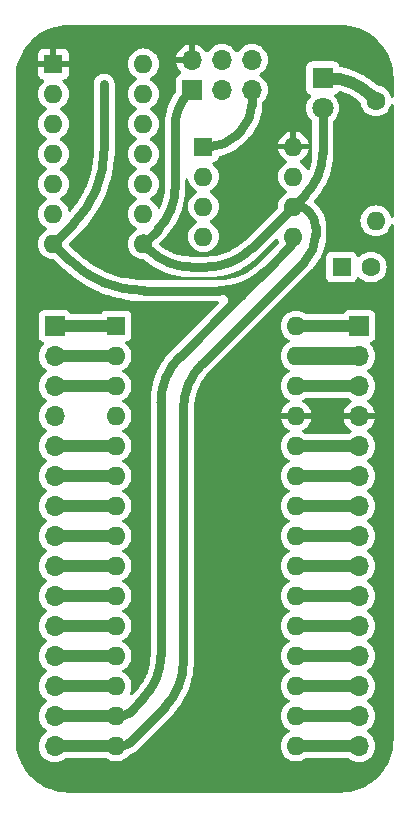
<source format=gbr>
%TF.GenerationSoftware,KiCad,Pcbnew,8.0.7*%
%TF.CreationDate,2025-01-25T19:28:51-08:00*%
%TF.ProjectId,Attiny2x4x8x Programmers,41747469-6e79-4327-9834-783878205072,rev?*%
%TF.SameCoordinates,Original*%
%TF.FileFunction,Copper,L1,Top*%
%TF.FilePolarity,Positive*%
%FSLAX46Y46*%
G04 Gerber Fmt 4.6, Leading zero omitted, Abs format (unit mm)*
G04 Created by KiCad (PCBNEW 8.0.7) date 2025-01-25 19:28:51*
%MOMM*%
%LPD*%
G01*
G04 APERTURE LIST*
%TA.AperFunction,ComponentPad*%
%ADD10R,1.600000X1.600000*%
%TD*%
%TA.AperFunction,ComponentPad*%
%ADD11C,1.600000*%
%TD*%
%TA.AperFunction,ComponentPad*%
%ADD12O,1.600000X1.600000*%
%TD*%
%TA.AperFunction,ComponentPad*%
%ADD13R,1.700000X1.700000*%
%TD*%
%TA.AperFunction,ComponentPad*%
%ADD14O,1.700000X1.700000*%
%TD*%
%TA.AperFunction,ComponentPad*%
%ADD15R,1.800000X1.800000*%
%TD*%
%TA.AperFunction,ComponentPad*%
%ADD16C,1.800000*%
%TD*%
%TA.AperFunction,ViaPad*%
%ADD17C,0.600000*%
%TD*%
%TA.AperFunction,Conductor*%
%ADD18C,0.750000*%
%TD*%
%TA.AperFunction,Conductor*%
%ADD19C,1.000000*%
%TD*%
%TA.AperFunction,Conductor*%
%ADD20C,1.500000*%
%TD*%
G04 APERTURE END LIST*
D10*
%TO.P,C1,1*%
%TO.N,/RST*%
X99100001Y-65000001D03*
D11*
%TO.P,C1,2*%
%TO.N,GND*%
X101600000Y-65000003D03*
%TD*%
D10*
%TO.P,A1,1,D1/TX*%
%TO.N,Net-(A1-D1{slash}TX)*%
X80000000Y-70000000D03*
D12*
%TO.P,A1,2,D0/RX*%
%TO.N,Net-(A1-D0{slash}RX)*%
X80000000Y-72540000D03*
%TO.P,A1,3,~{RESET}*%
%TO.N,/RST*%
X80000000Y-75080000D03*
%TO.P,A1,4,GND*%
%TO.N,GND*%
X80000000Y-77620000D03*
%TO.P,A1,5,D2*%
%TO.N,Net-(A1-D2)*%
X80000000Y-80160000D03*
%TO.P,A1,6,D3*%
%TO.N,Net-(A1-D3)*%
X80000000Y-82700000D03*
%TO.P,A1,7,D4*%
%TO.N,Net-(A1-D4)*%
X80000000Y-85240000D03*
%TO.P,A1,8,D5*%
%TO.N,Net-(A1-D5)*%
X80000000Y-87780000D03*
%TO.P,A1,9,D6*%
%TO.N,Net-(A1-D6)*%
X80000000Y-90320000D03*
%TO.P,A1,10,D7*%
%TO.N,Net-(A1-D7)*%
X80000000Y-92860000D03*
%TO.P,A1,11,D8*%
%TO.N,Net-(A1-D8)*%
X80000000Y-95400000D03*
%TO.P,A1,12,D9*%
%TO.N,Net-(A1-D9)*%
X80000000Y-97940000D03*
%TO.P,A1,13,D10*%
%TO.N,/SS*%
X80000000Y-100480000D03*
%TO.P,A1,14,D11*%
%TO.N,/MOSI*%
X80000000Y-103020000D03*
%TO.P,A1,15,D12*%
%TO.N,/MISO*%
X80000000Y-105560000D03*
%TO.P,A1,16,D13*%
%TO.N,/SCK*%
X95240000Y-105560000D03*
%TO.P,A1,17,3V3*%
%TO.N,Net-(A1-3V3)*%
X95240000Y-103020000D03*
%TO.P,A1,18,AREF*%
%TO.N,Net-(A1-AREF)*%
X95240000Y-100480000D03*
%TO.P,A1,19,A0*%
%TO.N,Net-(A1-A0)*%
X95240000Y-97940000D03*
%TO.P,A1,20,A1*%
%TO.N,Net-(A1-A1)*%
X95240000Y-95400000D03*
%TO.P,A1,21,A2*%
%TO.N,Net-(A1-A2)*%
X95240000Y-92860000D03*
%TO.P,A1,22,A3*%
%TO.N,Net-(A1-A3)*%
X95240000Y-90320000D03*
%TO.P,A1,23,A4*%
%TO.N,Net-(A1-A4)*%
X95240000Y-87780000D03*
%TO.P,A1,24,A5*%
%TO.N,Net-(A1-A5)*%
X95240000Y-85240000D03*
%TO.P,A1,25,A6*%
%TO.N,Net-(A1-A6)*%
X95240000Y-82700000D03*
%TO.P,A1,26,A7*%
%TO.N,Net-(A1-A7)*%
X95240000Y-80160000D03*
%TO.P,A1,27,+5V*%
%TO.N,+5V*%
X95240000Y-77620000D03*
%TO.P,A1,28,~{RESET}*%
%TO.N,/RST*%
X95240000Y-75080000D03*
%TO.P,A1,29,GND*%
%TO.N,GND*%
X95240000Y-72540000D03*
%TO.P,A1,30,VIN*%
%TO.N,Net-(A1-VIN)*%
X95240000Y-70000000D03*
%TD*%
D13*
%TO.P,J1,1,Pin_1*%
%TO.N,Net-(A1-D1{slash}TX)*%
X74800000Y-70000000D03*
D14*
%TO.P,J1,2,Pin_2*%
%TO.N,Net-(A1-D0{slash}RX)*%
X74800000Y-72540000D03*
%TO.P,J1,3,Pin_3*%
%TO.N,/RST*%
X74800000Y-75080000D03*
%TO.P,J1,4,Pin_4*%
%TO.N,GND*%
X74800000Y-77620000D03*
%TO.P,J1,5,Pin_5*%
%TO.N,Net-(A1-D2)*%
X74800000Y-80160000D03*
%TO.P,J1,6,Pin_6*%
%TO.N,Net-(A1-D3)*%
X74800000Y-82700000D03*
%TO.P,J1,7,Pin_7*%
%TO.N,Net-(A1-D4)*%
X74800000Y-85240000D03*
%TO.P,J1,8,Pin_8*%
%TO.N,Net-(A1-D5)*%
X74800000Y-87780000D03*
%TO.P,J1,9,Pin_9*%
%TO.N,Net-(A1-D6)*%
X74800000Y-90320000D03*
%TO.P,J1,10,Pin_10*%
%TO.N,Net-(A1-D7)*%
X74800000Y-92860000D03*
%TO.P,J1,11,Pin_11*%
%TO.N,Net-(A1-D8)*%
X74800000Y-95400000D03*
%TO.P,J1,12,Pin_12*%
%TO.N,Net-(A1-D9)*%
X74800000Y-97940000D03*
%TO.P,J1,13,Pin_13*%
%TO.N,/SS*%
X74800000Y-100480000D03*
%TO.P,J1,14,Pin_14*%
%TO.N,/MOSI*%
X74800000Y-103020000D03*
%TO.P,J1,15,Pin_15*%
%TO.N,/MISO*%
X74800000Y-105560000D03*
%TD*%
D10*
%TO.P,U1,1,VCC*%
%TO.N,+5V*%
X74700000Y-47800000D03*
D12*
%TO.P,U1,2,XTAL1/PB0*%
%TO.N,unconnected-(U1-XTAL1{slash}PB0-Pad2)*%
X74700000Y-50340000D03*
%TO.P,U1,3,XTAL2/PB1*%
%TO.N,unconnected-(U1-XTAL2{slash}PB1-Pad3)*%
X74700000Y-52880000D03*
%TO.P,U1,4,~{RESET}/PB3*%
%TO.N,/SS*%
X74700000Y-55420000D03*
%TO.P,U1,5,PB2*%
%TO.N,unconnected-(U1-PB2-Pad5)*%
X74700000Y-57960000D03*
%TO.P,U1,6,PA7*%
%TO.N,unconnected-(U1-PA7-Pad6)*%
X74700000Y-60500000D03*
%TO.P,U1,7,PA6*%
%TO.N,/MOSI*%
X74700000Y-63040000D03*
%TO.P,U1,8,PA5*%
%TO.N,/MISO*%
X82320000Y-63040000D03*
%TO.P,U1,9,PA4*%
%TO.N,/SCK*%
X82320000Y-60500000D03*
%TO.P,U1,10,PA3*%
%TO.N,unconnected-(U1-PA3-Pad10)*%
X82320000Y-57960000D03*
%TO.P,U1,11,PA2*%
%TO.N,unconnected-(U1-PA2-Pad11)*%
X82320000Y-55420000D03*
%TO.P,U1,12,PA1*%
%TO.N,unconnected-(U1-PA1-Pad12)*%
X82320000Y-52880000D03*
%TO.P,U1,13,AREF/PA0*%
%TO.N,unconnected-(U1-AREF{slash}PA0-Pad13)*%
X82320000Y-50340000D03*
%TO.P,U1,14,GND*%
%TO.N,GND*%
X82320000Y-47800000D03*
%TD*%
D13*
%TO.P,J2,1,Pin_1*%
%TO.N,Net-(A1-VIN)*%
X100600000Y-70000000D03*
D14*
%TO.P,J2,2,Pin_2*%
%TO.N,GND*%
X100600000Y-72540000D03*
%TO.P,J2,3,Pin_3*%
%TO.N,/RST*%
X100600000Y-75080000D03*
%TO.P,J2,4,Pin_4*%
%TO.N,+5V*%
X100600000Y-77620000D03*
%TO.P,J2,5,Pin_5*%
%TO.N,Net-(A1-A7)*%
X100600000Y-80160000D03*
%TO.P,J2,6,Pin_6*%
%TO.N,Net-(A1-A6)*%
X100600000Y-82700000D03*
%TO.P,J2,7,Pin_7*%
%TO.N,Net-(A1-A5)*%
X100600000Y-85240000D03*
%TO.P,J2,8,Pin_8*%
%TO.N,Net-(A1-A4)*%
X100600000Y-87780000D03*
%TO.P,J2,9,Pin_9*%
%TO.N,Net-(A1-A3)*%
X100600000Y-90320000D03*
%TO.P,J2,10,Pin_10*%
%TO.N,Net-(A1-A2)*%
X100600000Y-92860000D03*
%TO.P,J2,11,Pin_11*%
%TO.N,Net-(A1-A1)*%
X100600000Y-95400000D03*
%TO.P,J2,12,Pin_12*%
%TO.N,Net-(A1-A0)*%
X100600000Y-97940000D03*
%TO.P,J2,13,Pin_13*%
%TO.N,Net-(A1-AREF)*%
X100600000Y-100480000D03*
%TO.P,J2,14,Pin_14*%
%TO.N,Net-(A1-3V3)*%
X100600000Y-103020000D03*
%TO.P,J2,15,Pin_15*%
%TO.N,/SCK*%
X100600000Y-105560000D03*
%TD*%
D13*
%TO.P,J3,1,Pin_1*%
%TO.N,/MISO*%
X86420000Y-50000000D03*
D14*
%TO.P,J3,2,Pin_2*%
%TO.N,+5V*%
X86420000Y-47460000D03*
%TO.P,J3,3,Pin_3*%
%TO.N,/SCK*%
X88960000Y-50000000D03*
%TO.P,J3,4,Pin_4*%
%TO.N,/MOSI*%
X88960000Y-47460000D03*
%TO.P,J3,5,Pin_5*%
%TO.N,/SS*%
X91500000Y-50000000D03*
%TO.P,J3,6,Pin_6*%
%TO.N,GND*%
X91500000Y-47460000D03*
%TD*%
D10*
%TO.P,U2,1,~{RESET}/PB5*%
%TO.N,/SS*%
X87400000Y-54800000D03*
D12*
%TO.P,U2,2,XTAL1/PB3*%
%TO.N,unconnected-(U2-XTAL1{slash}PB3-Pad2)*%
X87400000Y-57340001D03*
%TO.P,U2,3,XTAL2/PB4*%
%TO.N,unconnected-(U2-XTAL2{slash}PB4-Pad3)*%
X87400002Y-59880001D03*
%TO.P,U2,4,GND*%
%TO.N,GND*%
X87399998Y-62420004D03*
%TO.P,U2,5,AREF/PB0*%
%TO.N,/MOSI*%
X95019995Y-62419999D03*
%TO.P,U2,6,PB1*%
%TO.N,/MISO*%
X95019998Y-59879994D03*
%TO.P,U2,7,PB2*%
%TO.N,/SCK*%
X95019997Y-57340000D03*
%TO.P,U2,8,VCC*%
%TO.N,+5V*%
X95020004Y-54800002D03*
%TD*%
D15*
%TO.P,D1,1,K*%
%TO.N,Net-(D1-K)*%
X97500000Y-49000000D03*
D16*
%TO.P,D1,2,A*%
%TO.N,/MISO*%
X97500000Y-51540000D03*
%TD*%
D11*
%TO.P,R1,1*%
%TO.N,Net-(D1-K)*%
X101999997Y-50919998D03*
D12*
%TO.P,R1,2*%
%TO.N,GND*%
X101999997Y-61079998D03*
%TD*%
D17*
%TO.N,/MOSI*%
X79000000Y-49500000D03*
%TD*%
D18*
%TO.N,/MISO*%
X95019998Y-59879994D02*
X96035534Y-58864458D01*
X86171573Y-50248427D02*
X86420000Y-50000000D01*
X96184048Y-60184048D02*
X96389997Y-60389997D01*
X87293792Y-73206207D02*
X95945405Y-64554594D01*
X95449996Y-59879994D02*
X95019998Y-59879994D01*
X82815534Y-63535534D02*
X82320000Y-63040000D01*
X82320000Y-62940000D02*
X82320000Y-62560000D01*
X97500000Y-55328924D02*
X97500000Y-51540000D01*
X95019998Y-59879994D02*
X91493784Y-63406207D01*
X80420000Y-105560000D02*
X80000000Y-105560000D01*
D19*
X80000000Y-105560000D02*
X74800000Y-105560000D01*
D18*
X82320000Y-63040000D02*
X83535534Y-61824466D01*
X85700000Y-77053963D02*
X85700000Y-98446036D01*
X85000000Y-58288932D02*
X85000000Y-53076854D01*
X96900000Y-61621253D02*
X96900000Y-62250000D01*
X81136984Y-105263015D02*
X84106207Y-102293792D01*
X87646028Y-65000000D02*
X86351068Y-65000000D01*
X96035534Y-58864458D02*
G75*
G03*
X97500017Y-55328924I-3535534J3535558D01*
G01*
X86351068Y-65000000D02*
G75*
G02*
X82815550Y-63535518I32J5000000D01*
G01*
X96389997Y-60389997D02*
G75*
G02*
X96900021Y-61621253I-1231297J-1231303D01*
G01*
X85000000Y-58288932D02*
G75*
G02*
X83535518Y-61824450I-5000000J32D01*
G01*
X91493784Y-63406207D02*
G75*
G02*
X87646028Y-65000005I-3847784J3847807D01*
G01*
X96900000Y-62250000D02*
G75*
G02*
X95945408Y-64554597I-3259200J0D01*
G01*
X96184048Y-60184048D02*
G75*
G03*
X95449996Y-59879997I-734048J-734052D01*
G01*
X85700000Y-98446036D02*
G75*
G02*
X84106200Y-102293785I-5441600J36D01*
G01*
X85000000Y-53076854D02*
G75*
G02*
X86171596Y-50248450I4000000J-46D01*
G01*
X87293792Y-73206207D02*
G75*
G03*
X85699959Y-77053963I3847708J-3847793D01*
G01*
X81136984Y-105263015D02*
G75*
G02*
X80420000Y-105559990I-716984J717015D01*
G01*
D19*
%TO.N,Net-(A1-D7)*%
X74800000Y-92860000D02*
X80000000Y-92860000D01*
%TO.N,Net-(A1-A7)*%
X100600000Y-80160000D02*
X95240000Y-80160000D01*
%TO.N,Net-(A1-D5)*%
X74800000Y-87780000D02*
X80000000Y-87780000D01*
%TO.N,Net-(A1-3V3)*%
X95240000Y-103020000D02*
X100600000Y-103020000D01*
%TO.N,Net-(A1-A3)*%
X100600000Y-90320000D02*
X95240000Y-90320000D01*
D20*
%TO.N,GND*%
X95240000Y-72540000D02*
X100600000Y-72540000D01*
D19*
%TO.N,Net-(A1-D1{slash}TX)*%
X80000000Y-70000000D02*
X74800000Y-70000000D01*
%TO.N,Net-(A1-A1)*%
X100600000Y-95400000D02*
X95240000Y-95400000D01*
%TO.N,Net-(A1-D6)*%
X80000000Y-90320000D02*
X74800000Y-90320000D01*
%TO.N,Net-(A1-VIN)*%
X95240000Y-70000000D02*
X100600000Y-70000000D01*
D18*
%TO.N,/SS*%
X91500000Y-51257359D02*
X91500000Y-50000000D01*
X90078680Y-53921320D02*
X90621321Y-53378679D01*
X87400000Y-54800000D02*
X87957359Y-54800000D01*
D19*
X74800000Y-100480000D02*
X80000000Y-100480000D01*
D18*
X87957359Y-54800000D02*
G75*
G03*
X90078700Y-53921340I41J3000000D01*
G01*
X91500000Y-51257359D02*
G75*
G02*
X90621341Y-53378699I-3000000J-41D01*
G01*
D19*
%TO.N,Net-(A1-D4)*%
X80000000Y-85240000D02*
X74800000Y-85240000D01*
%TO.N,Net-(A1-D8)*%
X80000000Y-95400000D02*
X74800000Y-95400000D01*
%TO.N,Net-(A1-D3)*%
X74800000Y-82700000D02*
X80000000Y-82700000D01*
%TO.N,Net-(A1-A4)*%
X95240000Y-87780000D02*
X100600000Y-87780000D01*
%TO.N,Net-(A1-A6)*%
X95240000Y-82700000D02*
X100600000Y-82700000D01*
%TO.N,/SCK*%
X100600000Y-105560000D02*
X95240000Y-105560000D01*
%TO.N,Net-(A1-A2)*%
X100600000Y-92860000D02*
X95240000Y-92860000D01*
%TO.N,Net-(A1-A5)*%
X100600000Y-85240000D02*
X95240000Y-85240000D01*
%TO.N,Net-(A1-D2)*%
X80000000Y-80160000D02*
X74800000Y-80160000D01*
%TO.N,Net-(A1-A0)*%
X95240000Y-97940000D02*
X100600000Y-97940000D01*
%TO.N,Net-(A1-AREF)*%
X100600000Y-100480000D02*
X95240000Y-100480000D01*
%TO.N,Net-(A1-D9)*%
X80000000Y-97940000D02*
X74800000Y-97940000D01*
%TO.N,Net-(A1-D0{slash}RX)*%
X74800000Y-72540000D02*
X80000000Y-72540000D01*
%TO.N,/RST*%
X80000000Y-75080000D02*
X74800000Y-75080000D01*
X95240000Y-75080000D02*
X100600000Y-75080000D01*
D18*
%TO.N,/MOSI*%
X90850000Y-67150000D02*
X89854548Y-68145451D01*
X90850000Y-67150000D02*
X90576244Y-67423756D01*
X76363961Y-61376039D02*
X74700000Y-63040000D01*
X92656853Y-65343146D02*
X90850000Y-67150000D01*
X79000000Y-49500000D02*
X79000000Y-55012078D01*
X80390000Y-103020000D02*
X79610000Y-103020000D01*
X82289999Y-101509999D02*
X81055771Y-102744228D01*
D19*
X79610000Y-103020000D02*
X74800000Y-103020000D01*
D18*
X94822002Y-63177996D02*
X92656853Y-65343146D01*
X74700000Y-63040000D02*
X76023961Y-64363961D01*
X89854548Y-68145451D02*
X85393792Y-72606207D01*
X95019995Y-62700002D02*
X95019995Y-62419999D01*
X83800000Y-76453963D02*
X83800000Y-97864537D01*
X90576244Y-67423756D02*
X89776244Y-67423756D01*
X82387922Y-67000000D02*
X88746036Y-67000000D01*
X83800000Y-97864537D02*
G75*
G02*
X82289989Y-101509989I-5155500J37D01*
G01*
X81055771Y-102744228D02*
G75*
G02*
X80390000Y-103020012I-665771J665728D01*
G01*
X88746036Y-67000000D02*
G75*
G03*
X92656841Y-65343134I-45336J5550900D01*
G01*
X79000000Y-55012078D02*
G75*
G02*
X76363972Y-61376050I-9000000J-22D01*
G01*
X85393792Y-72606207D02*
G75*
G03*
X83799959Y-76453963I3847708J-3847793D01*
G01*
X89854548Y-68145451D02*
G75*
G03*
X88746046Y-67000038I-865848J271151D01*
G01*
X76023961Y-64363961D02*
G75*
G03*
X82387922Y-66999984I6363939J6363961D01*
G01*
X95019995Y-62700002D02*
G75*
G02*
X94822004Y-63177998I-675995J2D01*
G01*
D19*
%TO.N,Net-(D1-K)*%
X101544465Y-50464466D02*
X101999997Y-50919998D01*
X97500000Y-49000000D02*
X98008931Y-49000000D01*
X101544465Y-50464466D02*
G75*
G03*
X98008931Y-48999978I-3535565J-3535534D01*
G01*
%TD*%
%TA.AperFunction,Conductor*%
%TO.N,+5V*%
G36*
X99706281Y-76100185D02*
G01*
X99726923Y-76116819D01*
X99728599Y-76118495D01*
X99899115Y-76237892D01*
X99914594Y-76248730D01*
X99958219Y-76303307D01*
X99965413Y-76372805D01*
X99933890Y-76435160D01*
X99914595Y-76451880D01*
X99728922Y-76581890D01*
X99728920Y-76581891D01*
X99561891Y-76748920D01*
X99561886Y-76748926D01*
X99426400Y-76942420D01*
X99426399Y-76942422D01*
X99326570Y-77156507D01*
X99326567Y-77156513D01*
X99269364Y-77369999D01*
X99269364Y-77370000D01*
X100166988Y-77370000D01*
X100134075Y-77427007D01*
X100100000Y-77554174D01*
X100100000Y-77685826D01*
X100134075Y-77812993D01*
X100166988Y-77870000D01*
X99269364Y-77870000D01*
X99326567Y-78083486D01*
X99326570Y-78083492D01*
X99426399Y-78297578D01*
X99561894Y-78491082D01*
X99728917Y-78658105D01*
X99914595Y-78788119D01*
X99958219Y-78842696D01*
X99965412Y-78912195D01*
X99933890Y-78974549D01*
X99914595Y-78991269D01*
X99728594Y-79121508D01*
X99726922Y-79123181D01*
X99726000Y-79123684D01*
X99724449Y-79124986D01*
X99724187Y-79124674D01*
X99665599Y-79156666D01*
X99639241Y-79159500D01*
X96117588Y-79159500D01*
X96050549Y-79139815D01*
X96046465Y-79137075D01*
X96028754Y-79124674D01*
X95892734Y-79029432D01*
X95834132Y-79002105D01*
X95781694Y-78955934D01*
X95762542Y-78888740D01*
X95782758Y-78821859D01*
X95834134Y-78777341D01*
X95892484Y-78750132D01*
X96078820Y-78619657D01*
X96239657Y-78458820D01*
X96370134Y-78272482D01*
X96466265Y-78066326D01*
X96466269Y-78066317D01*
X96518872Y-77870000D01*
X95673012Y-77870000D01*
X95705925Y-77812993D01*
X95740000Y-77685826D01*
X95740000Y-77554174D01*
X95705925Y-77427007D01*
X95673012Y-77370000D01*
X96518872Y-77370000D01*
X96518872Y-77369999D01*
X96466269Y-77173682D01*
X96466265Y-77173673D01*
X96370134Y-76967517D01*
X96239657Y-76781179D01*
X96078820Y-76620342D01*
X95892482Y-76489865D01*
X95834133Y-76462657D01*
X95781694Y-76416484D01*
X95762542Y-76349291D01*
X95782758Y-76282410D01*
X95834129Y-76237895D01*
X95892734Y-76210568D01*
X96046465Y-76102924D01*
X96112671Y-76080598D01*
X96117588Y-76080500D01*
X99639242Y-76080500D01*
X99706281Y-76100185D01*
G37*
%TD.AperFunction*%
%TA.AperFunction,Conductor*%
G36*
X99002702Y-44500617D02*
G01*
X99386771Y-44517386D01*
X99397506Y-44518326D01*
X99775971Y-44568152D01*
X99786597Y-44570025D01*
X100159284Y-44652648D01*
X100169710Y-44655442D01*
X100533765Y-44770227D01*
X100543911Y-44773920D01*
X100896578Y-44920000D01*
X100906369Y-44924566D01*
X101244942Y-45100816D01*
X101254310Y-45106224D01*
X101576244Y-45311318D01*
X101585105Y-45317523D01*
X101887930Y-45549889D01*
X101896217Y-45556843D01*
X102177635Y-45814715D01*
X102185284Y-45822364D01*
X102443156Y-46103782D01*
X102450110Y-46112069D01*
X102682476Y-46414894D01*
X102688681Y-46423755D01*
X102893775Y-46745689D01*
X102899183Y-46755057D01*
X103075430Y-47093623D01*
X103080002Y-47103427D01*
X103226075Y-47456078D01*
X103229775Y-47466244D01*
X103344554Y-47830278D01*
X103347354Y-47840727D01*
X103429971Y-48213389D01*
X103431849Y-48224042D01*
X103481671Y-48602473D01*
X103482614Y-48613249D01*
X103499382Y-48997291D01*
X103499500Y-49002700D01*
X103499500Y-50549597D01*
X103479815Y-50616636D01*
X103427011Y-50662391D01*
X103357853Y-50672335D01*
X103294297Y-50643310D01*
X103256523Y-50584532D01*
X103255725Y-50581690D01*
X103226738Y-50473509D01*
X103226735Y-50473500D01*
X103130565Y-50267264D01*
X103000044Y-50080859D01*
X103000042Y-50080856D01*
X102839138Y-49919952D01*
X102652731Y-49789430D01*
X102652729Y-49789429D01*
X102446494Y-49693259D01*
X102446485Y-49693256D01*
X102226694Y-49634364D01*
X102226684Y-49634362D01*
X102163287Y-49628816D01*
X102098219Y-49603363D01*
X102092892Y-49599001D01*
X101776450Y-49324800D01*
X101433327Y-49067938D01*
X101267716Y-48961505D01*
X101072763Y-48836215D01*
X101072750Y-48836207D01*
X100696575Y-48630798D01*
X100696570Y-48630796D01*
X100696567Y-48630794D01*
X100518916Y-48549662D01*
X100306698Y-48452743D01*
X99905095Y-48302950D01*
X99493835Y-48182190D01*
X99075028Y-48091083D01*
X98995441Y-48079639D01*
X98931886Y-48050613D01*
X98898753Y-47999057D01*
X98896802Y-47999785D01*
X98843797Y-47857671D01*
X98843793Y-47857664D01*
X98757547Y-47742455D01*
X98757544Y-47742452D01*
X98642335Y-47656206D01*
X98642328Y-47656202D01*
X98507482Y-47605908D01*
X98507483Y-47605908D01*
X98447883Y-47599501D01*
X98447881Y-47599500D01*
X98447873Y-47599500D01*
X98447864Y-47599500D01*
X96552129Y-47599500D01*
X96552123Y-47599501D01*
X96492516Y-47605908D01*
X96357671Y-47656202D01*
X96357664Y-47656206D01*
X96242455Y-47742452D01*
X96242452Y-47742455D01*
X96156206Y-47857664D01*
X96156202Y-47857671D01*
X96105908Y-47992517D01*
X96099501Y-48052116D01*
X96099500Y-48052135D01*
X96099500Y-49947870D01*
X96099501Y-49947876D01*
X96105908Y-50007483D01*
X96156202Y-50142328D01*
X96156206Y-50142335D01*
X96242452Y-50257544D01*
X96242455Y-50257547D01*
X96357664Y-50343793D01*
X96357673Y-50343798D01*
X96437904Y-50373722D01*
X96493838Y-50415593D01*
X96518256Y-50481057D01*
X96503405Y-50549330D01*
X96485802Y-50573886D01*
X96391019Y-50676849D01*
X96264075Y-50871151D01*
X96170842Y-51083699D01*
X96113866Y-51308691D01*
X96113864Y-51308702D01*
X96094700Y-51539993D01*
X96094700Y-51540006D01*
X96113864Y-51771297D01*
X96113866Y-51771308D01*
X96170842Y-51996300D01*
X96264075Y-52208848D01*
X96391016Y-52403147D01*
X96391019Y-52403151D01*
X96391021Y-52403153D01*
X96548216Y-52573913D01*
X96548219Y-52573915D01*
X96548219Y-52573916D01*
X96565255Y-52587175D01*
X96576660Y-52596051D01*
X96617474Y-52652760D01*
X96624500Y-52693906D01*
X96624500Y-55326212D01*
X96624382Y-55331622D01*
X96609039Y-55682986D01*
X96608096Y-55693762D01*
X96562543Y-56039757D01*
X96560665Y-56050410D01*
X96485127Y-56391131D01*
X96482327Y-56401580D01*
X96390639Y-56692374D01*
X96351706Y-56750391D01*
X96287587Y-56778150D01*
X96218639Y-56766836D01*
X96166753Y-56720043D01*
X96159996Y-56707491D01*
X96152947Y-56692374D01*
X96150565Y-56687266D01*
X96020044Y-56500861D01*
X96020042Y-56500858D01*
X95859138Y-56339954D01*
X95672731Y-56209432D01*
X95672729Y-56209431D01*
X95649607Y-56198649D01*
X95614134Y-56182107D01*
X95561697Y-56135937D01*
X95542545Y-56068743D01*
X95562761Y-56001862D01*
X95614137Y-55957345D01*
X95672483Y-55930137D01*
X95672485Y-55930136D01*
X95858824Y-55799659D01*
X96019661Y-55638822D01*
X96150138Y-55452484D01*
X96246269Y-55246328D01*
X96246273Y-55246319D01*
X96298876Y-55050002D01*
X95335690Y-55050002D01*
X95340084Y-55045608D01*
X95392745Y-54954396D01*
X95420004Y-54852663D01*
X95420004Y-54747341D01*
X95392745Y-54645608D01*
X95340084Y-54554396D01*
X95335690Y-54550002D01*
X96298876Y-54550002D01*
X96298876Y-54550001D01*
X96246273Y-54353684D01*
X96246269Y-54353675D01*
X96150138Y-54147519D01*
X96019661Y-53961181D01*
X95858824Y-53800344D01*
X95672486Y-53669867D01*
X95466332Y-53573736D01*
X95270004Y-53521129D01*
X95270004Y-54484316D01*
X95265610Y-54479922D01*
X95174398Y-54427261D01*
X95072665Y-54400002D01*
X94967343Y-54400002D01*
X94865610Y-54427261D01*
X94774398Y-54479922D01*
X94770004Y-54484316D01*
X94770004Y-53521129D01*
X94573675Y-53573736D01*
X94367521Y-53669867D01*
X94181183Y-53800344D01*
X94020346Y-53961181D01*
X93889869Y-54147519D01*
X93793738Y-54353675D01*
X93793734Y-54353684D01*
X93741131Y-54550001D01*
X93741132Y-54550002D01*
X94704318Y-54550002D01*
X94699924Y-54554396D01*
X94647263Y-54645608D01*
X94620004Y-54747341D01*
X94620004Y-54852663D01*
X94647263Y-54954396D01*
X94699924Y-55045608D01*
X94704318Y-55050002D01*
X93741132Y-55050002D01*
X93793734Y-55246319D01*
X93793738Y-55246328D01*
X93889869Y-55452484D01*
X94020346Y-55638822D01*
X94181183Y-55799659D01*
X94367519Y-55930134D01*
X94425863Y-55957340D01*
X94478303Y-56003513D01*
X94497455Y-56070706D01*
X94477240Y-56137587D01*
X94425865Y-56182104D01*
X94367269Y-56209428D01*
X94367262Y-56209432D01*
X94180855Y-56339954D01*
X94019951Y-56500858D01*
X93889429Y-56687265D01*
X93889428Y-56687267D01*
X93793258Y-56893502D01*
X93793255Y-56893511D01*
X93734363Y-57113302D01*
X93734361Y-57113313D01*
X93714529Y-57339998D01*
X93714529Y-57340001D01*
X93734361Y-57566686D01*
X93734363Y-57566697D01*
X93793255Y-57786488D01*
X93793258Y-57786497D01*
X93889428Y-57992732D01*
X93889429Y-57992734D01*
X94019951Y-58179141D01*
X94180855Y-58340045D01*
X94180858Y-58340047D01*
X94367263Y-58470568D01*
X94425267Y-58497615D01*
X94477705Y-58543787D01*
X94496857Y-58610981D01*
X94476641Y-58677862D01*
X94425266Y-58722379D01*
X94367265Y-58749425D01*
X94367263Y-58749426D01*
X94180856Y-58879948D01*
X94019952Y-59040852D01*
X93889430Y-59227259D01*
X93889429Y-59227261D01*
X93793259Y-59433496D01*
X93793256Y-59433505D01*
X93734364Y-59653296D01*
X93734362Y-59653307D01*
X93718738Y-59831898D01*
X93714530Y-59879994D01*
X93714531Y-59880001D01*
X93714907Y-59884305D01*
X93701137Y-59952804D01*
X93679059Y-59982787D01*
X90876648Y-62785198D01*
X90872740Y-62788940D01*
X90585015Y-63052590D01*
X90576728Y-63059543D01*
X90269303Y-63295438D01*
X90260442Y-63301643D01*
X89933611Y-63509857D01*
X89924243Y-63515265D01*
X89580527Y-63694192D01*
X89570723Y-63698764D01*
X89212709Y-63847059D01*
X89202544Y-63850759D01*
X88832970Y-63967286D01*
X88822521Y-63970086D01*
X88444191Y-64053961D01*
X88433538Y-64055839D01*
X88049349Y-64106420D01*
X88038572Y-64107363D01*
X87648817Y-64124382D01*
X87643408Y-64124500D01*
X86353782Y-64124500D01*
X86348372Y-64124382D01*
X85997007Y-64109039D01*
X85986231Y-64108096D01*
X85640236Y-64062542D01*
X85629583Y-64060664D01*
X85288862Y-63985126D01*
X85278413Y-63982326D01*
X84945577Y-63877381D01*
X84935412Y-63873681D01*
X84612990Y-63740127D01*
X84603186Y-63735555D01*
X84293636Y-63574412D01*
X84284267Y-63569003D01*
X84255336Y-63550572D01*
X84154746Y-63486488D01*
X83989929Y-63381487D01*
X83981068Y-63375282D01*
X83704201Y-63162832D01*
X83695924Y-63155888D01*
X83665693Y-63128186D01*
X83629567Y-63068382D01*
X83626579Y-63045340D01*
X83625940Y-63045397D01*
X83625468Y-63040000D01*
X83625091Y-63035695D01*
X83638856Y-62967196D01*
X83660935Y-62937208D01*
X84215579Y-62382565D01*
X84215579Y-62382564D01*
X84219905Y-62378239D01*
X84220207Y-62377903D01*
X84302969Y-62295144D01*
X84577808Y-61977967D01*
X84829318Y-61641991D01*
X85056220Y-61288929D01*
X85257356Y-60920580D01*
X85431703Y-60538820D01*
X85578371Y-60145595D01*
X85696612Y-59742909D01*
X85785826Y-59332813D01*
X85845556Y-58917399D01*
X85875499Y-58498781D01*
X85875500Y-58288938D01*
X85875500Y-58202708D01*
X85875500Y-57617110D01*
X85895185Y-57550071D01*
X85947989Y-57504316D01*
X86017147Y-57494372D01*
X86080703Y-57523397D01*
X86118477Y-57582175D01*
X86119275Y-57585017D01*
X86173258Y-57786489D01*
X86173261Y-57786498D01*
X86269431Y-57992733D01*
X86269432Y-57992735D01*
X86399954Y-58179142D01*
X86560858Y-58340046D01*
X86560861Y-58340048D01*
X86747266Y-58470569D01*
X86805275Y-58497619D01*
X86857715Y-58543791D01*
X86876867Y-58610984D01*
X86856652Y-58677866D01*
X86805277Y-58722383D01*
X86747266Y-58749434D01*
X86560860Y-58879955D01*
X86399956Y-59040859D01*
X86269434Y-59227266D01*
X86269433Y-59227268D01*
X86173263Y-59433503D01*
X86173260Y-59433512D01*
X86114368Y-59653303D01*
X86114366Y-59653314D01*
X86094534Y-59879999D01*
X86094534Y-59880002D01*
X86114366Y-60106687D01*
X86114368Y-60106698D01*
X86173260Y-60326489D01*
X86173263Y-60326498D01*
X86269433Y-60532733D01*
X86269434Y-60532735D01*
X86399956Y-60719142D01*
X86560860Y-60880046D01*
X86560863Y-60880048D01*
X86747268Y-61010569D01*
X86805277Y-61037619D01*
X86857717Y-61083791D01*
X86876869Y-61150984D01*
X86856654Y-61217866D01*
X86805279Y-61262383D01*
X86747262Y-61289437D01*
X86560856Y-61419958D01*
X86399952Y-61580862D01*
X86269430Y-61767269D01*
X86269429Y-61767271D01*
X86173259Y-61973506D01*
X86173256Y-61973515D01*
X86114364Y-62193306D01*
X86114362Y-62193317D01*
X86094530Y-62420002D01*
X86094530Y-62420005D01*
X86114362Y-62646690D01*
X86114364Y-62646701D01*
X86173256Y-62866492D01*
X86173259Y-62866501D01*
X86269429Y-63072736D01*
X86269430Y-63072738D01*
X86399952Y-63259145D01*
X86560856Y-63420049D01*
X86560859Y-63420051D01*
X86747264Y-63550572D01*
X86953502Y-63646743D01*
X87173306Y-63705639D01*
X87335228Y-63719805D01*
X87399996Y-63725472D01*
X87399998Y-63725472D01*
X87400000Y-63725472D01*
X87456671Y-63720513D01*
X87626690Y-63705639D01*
X87846494Y-63646743D01*
X88052732Y-63550572D01*
X88239137Y-63420051D01*
X88400045Y-63259143D01*
X88530566Y-63072738D01*
X88626737Y-62866500D01*
X88685633Y-62646696D01*
X88705466Y-62420004D01*
X88685633Y-62193312D01*
X88632525Y-61995110D01*
X88626739Y-61973515D01*
X88626736Y-61973506D01*
X88601383Y-61919137D01*
X88530566Y-61767270D01*
X88400045Y-61580865D01*
X88400043Y-61580862D01*
X88239139Y-61419958D01*
X88052732Y-61289436D01*
X88052730Y-61289435D01*
X87994721Y-61262385D01*
X87942282Y-61216212D01*
X87923130Y-61149019D01*
X87943346Y-61082138D01*
X87994718Y-61037623D01*
X88052736Y-61010569D01*
X88239141Y-60880048D01*
X88400049Y-60719140D01*
X88530570Y-60532735D01*
X88626741Y-60326497D01*
X88685637Y-60106693D01*
X88702636Y-59912385D01*
X88705470Y-59880002D01*
X88705470Y-59879999D01*
X88697978Y-59794363D01*
X88685637Y-59653309D01*
X88626741Y-59433505D01*
X88530570Y-59227267D01*
X88400049Y-59040862D01*
X88400047Y-59040859D01*
X88239143Y-58879955D01*
X88052736Y-58749433D01*
X88052734Y-58749432D01*
X87994725Y-58722382D01*
X87942286Y-58676209D01*
X87923134Y-58609016D01*
X87943350Y-58542135D01*
X87994721Y-58497620D01*
X88052734Y-58470569D01*
X88239139Y-58340048D01*
X88400047Y-58179140D01*
X88530568Y-57992735D01*
X88626739Y-57786497D01*
X88685635Y-57566693D01*
X88705468Y-57340001D01*
X88685635Y-57113309D01*
X88626739Y-56893505D01*
X88530568Y-56687267D01*
X88400047Y-56500862D01*
X88400046Y-56500861D01*
X88400045Y-56500859D01*
X88239139Y-56339953D01*
X88214535Y-56322725D01*
X88170910Y-56268148D01*
X88163718Y-56198649D01*
X88195241Y-56136295D01*
X88255471Y-56100882D01*
X88272401Y-56097862D01*
X88307483Y-56094091D01*
X88442331Y-56043796D01*
X88557546Y-55957546D01*
X88643796Y-55842331D01*
X88694091Y-55707483D01*
X88695319Y-55696060D01*
X88722056Y-55631511D01*
X88779448Y-55591663D01*
X88794337Y-55587895D01*
X88794318Y-55587807D01*
X88796949Y-55587223D01*
X88796957Y-55587222D01*
X88796964Y-55587220D01*
X88796969Y-55587219D01*
X89123832Y-55499641D01*
X89123837Y-55499639D01*
X89123842Y-55499638D01*
X89123847Y-55499636D01*
X89123860Y-55499632D01*
X89342652Y-55420000D01*
X89441850Y-55383896D01*
X89748560Y-55240879D01*
X90041638Y-55071675D01*
X90318854Y-54877571D01*
X90578097Y-54660044D01*
X90631397Y-54606744D01*
X90631409Y-54606734D01*
X90636776Y-54601366D01*
X90636779Y-54601365D01*
X90718644Y-54519500D01*
X90758720Y-54479425D01*
X90758720Y-54479424D01*
X90765778Y-54472367D01*
X90765789Y-54472353D01*
X91172354Y-54065788D01*
X91172368Y-54065777D01*
X91204062Y-54034084D01*
X91204147Y-54034037D01*
X91240418Y-53997764D01*
X91240419Y-53997765D01*
X91360067Y-53878115D01*
X91577595Y-53618870D01*
X91771700Y-53341653D01*
X91940906Y-53048572D01*
X92083924Y-52741860D01*
X92199665Y-52423850D01*
X92205211Y-52403153D01*
X92210989Y-52381587D01*
X92287250Y-52096963D01*
X92346012Y-51763686D01*
X92346012Y-51763681D01*
X92346014Y-51763671D01*
X92375501Y-51426562D01*
X92375502Y-51426556D01*
X92375500Y-51257347D01*
X92375500Y-51237479D01*
X92375500Y-51085758D01*
X92395185Y-51018719D01*
X92411819Y-50998077D01*
X92473679Y-50936217D01*
X92538495Y-50871401D01*
X92674035Y-50677830D01*
X92773903Y-50463663D01*
X92835063Y-50235408D01*
X92855659Y-50000000D01*
X92835063Y-49764592D01*
X92773903Y-49536337D01*
X92674035Y-49322171D01*
X92668425Y-49314158D01*
X92538494Y-49128597D01*
X92371402Y-48961506D01*
X92371396Y-48961501D01*
X92185842Y-48831575D01*
X92142217Y-48776998D01*
X92135023Y-48707500D01*
X92166546Y-48645145D01*
X92185842Y-48628425D01*
X92222905Y-48602473D01*
X92371401Y-48498495D01*
X92538495Y-48331401D01*
X92674035Y-48137830D01*
X92773903Y-47923663D01*
X92835063Y-47695408D01*
X92855659Y-47460000D01*
X92835063Y-47224592D01*
X92773903Y-46996337D01*
X92674035Y-46782171D01*
X92668731Y-46774595D01*
X92538494Y-46588597D01*
X92371402Y-46421506D01*
X92371395Y-46421501D01*
X92361959Y-46414894D01*
X92332521Y-46394281D01*
X92177834Y-46285967D01*
X92177830Y-46285965D01*
X92177828Y-46285964D01*
X91963663Y-46186097D01*
X91963659Y-46186096D01*
X91963655Y-46186094D01*
X91735413Y-46124938D01*
X91735403Y-46124936D01*
X91500001Y-46104341D01*
X91499999Y-46104341D01*
X91264596Y-46124936D01*
X91264586Y-46124938D01*
X91036344Y-46186094D01*
X91036335Y-46186098D01*
X90822171Y-46285964D01*
X90822169Y-46285965D01*
X90628597Y-46421505D01*
X90461505Y-46588597D01*
X90331575Y-46774158D01*
X90276998Y-46817783D01*
X90207500Y-46824977D01*
X90145145Y-46793454D01*
X90128425Y-46774158D01*
X89998494Y-46588597D01*
X89831402Y-46421506D01*
X89831395Y-46421501D01*
X89821959Y-46414894D01*
X89792521Y-46394281D01*
X89637834Y-46285967D01*
X89637830Y-46285965D01*
X89637828Y-46285964D01*
X89423663Y-46186097D01*
X89423659Y-46186096D01*
X89423655Y-46186094D01*
X89195413Y-46124938D01*
X89195403Y-46124936D01*
X88960001Y-46104341D01*
X88959999Y-46104341D01*
X88724596Y-46124936D01*
X88724586Y-46124938D01*
X88496344Y-46186094D01*
X88496335Y-46186098D01*
X88282171Y-46285964D01*
X88282169Y-46285965D01*
X88088597Y-46421505D01*
X87921508Y-46588594D01*
X87791269Y-46774595D01*
X87736692Y-46818219D01*
X87667193Y-46825412D01*
X87604839Y-46793890D01*
X87588119Y-46774594D01*
X87458113Y-46588926D01*
X87458108Y-46588920D01*
X87291082Y-46421894D01*
X87097578Y-46286399D01*
X86883492Y-46186570D01*
X86883486Y-46186567D01*
X86670000Y-46129364D01*
X86670000Y-47026988D01*
X86612993Y-46994075D01*
X86485826Y-46960000D01*
X86354174Y-46960000D01*
X86227007Y-46994075D01*
X86170000Y-47026988D01*
X86170000Y-46129364D01*
X86169999Y-46129364D01*
X85956513Y-46186567D01*
X85956507Y-46186570D01*
X85742422Y-46286399D01*
X85742420Y-46286400D01*
X85548926Y-46421886D01*
X85548920Y-46421891D01*
X85381891Y-46588920D01*
X85381886Y-46588926D01*
X85246400Y-46782420D01*
X85246399Y-46782422D01*
X85146570Y-46996507D01*
X85146567Y-46996513D01*
X85089364Y-47209999D01*
X85089364Y-47210000D01*
X85986988Y-47210000D01*
X85954075Y-47267007D01*
X85920000Y-47394174D01*
X85920000Y-47525826D01*
X85954075Y-47652993D01*
X85986988Y-47710000D01*
X85089364Y-47710000D01*
X85146567Y-47923486D01*
X85146570Y-47923492D01*
X85246399Y-48137578D01*
X85381894Y-48331082D01*
X85503946Y-48453134D01*
X85537431Y-48514457D01*
X85532447Y-48584149D01*
X85490575Y-48640082D01*
X85459598Y-48656997D01*
X85327671Y-48706202D01*
X85327664Y-48706206D01*
X85212455Y-48792452D01*
X85212452Y-48792455D01*
X85126206Y-48907664D01*
X85126202Y-48907671D01*
X85075908Y-49042517D01*
X85069501Y-49102116D01*
X85069500Y-49102135D01*
X85069500Y-50151780D01*
X85049815Y-50218819D01*
X85045818Y-50224666D01*
X84943063Y-50366095D01*
X84742886Y-50692748D01*
X84742876Y-50692766D01*
X84568954Y-51034099D01*
X84422335Y-51388060D01*
X84303942Y-51752422D01*
X84214501Y-52124954D01*
X84154565Y-52503345D01*
X84154564Y-52503357D01*
X84124502Y-52885281D01*
X84124501Y-52885292D01*
X84124500Y-52990621D01*
X84124500Y-53076844D01*
X84124499Y-53169185D01*
X84124500Y-53169206D01*
X84124500Y-58286218D01*
X84124382Y-58291628D01*
X84109039Y-58642992D01*
X84108096Y-58653768D01*
X84062542Y-58999763D01*
X84060664Y-59010416D01*
X83985126Y-59351137D01*
X83982326Y-59361586D01*
X83877381Y-59694422D01*
X83873681Y-59704587D01*
X83751186Y-60000311D01*
X83707344Y-60054715D01*
X83641050Y-60076779D01*
X83573351Y-60059499D01*
X83525741Y-60008362D01*
X83524262Y-60005304D01*
X83450568Y-59847266D01*
X83320047Y-59660861D01*
X83320045Y-59660858D01*
X83159141Y-59499954D01*
X82972734Y-59369432D01*
X82972728Y-59369429D01*
X82944834Y-59356422D01*
X82914724Y-59342381D01*
X82862285Y-59296210D01*
X82843133Y-59229017D01*
X82863348Y-59162135D01*
X82914725Y-59117618D01*
X82972734Y-59090568D01*
X83159139Y-58960047D01*
X83320047Y-58799139D01*
X83450568Y-58612734D01*
X83546739Y-58406496D01*
X83605635Y-58186692D01*
X83625468Y-57960000D01*
X83605635Y-57733308D01*
X83546739Y-57513504D01*
X83450568Y-57307266D01*
X83320047Y-57120861D01*
X83320045Y-57120858D01*
X83159141Y-56959954D01*
X82972734Y-56829432D01*
X82972728Y-56829429D01*
X82914725Y-56802382D01*
X82862285Y-56756210D01*
X82843133Y-56689017D01*
X82863348Y-56622135D01*
X82914725Y-56577618D01*
X82972734Y-56550568D01*
X83159139Y-56420047D01*
X83320047Y-56259139D01*
X83450568Y-56072734D01*
X83546739Y-55866496D01*
X83605635Y-55646692D01*
X83625468Y-55420000D01*
X83622309Y-55383898D01*
X83617500Y-55328927D01*
X83605635Y-55193308D01*
X83557074Y-55012076D01*
X83546741Y-54973511D01*
X83546738Y-54973502D01*
X83502004Y-54877571D01*
X83450568Y-54767266D01*
X83320047Y-54580861D01*
X83320045Y-54580858D01*
X83159141Y-54419954D01*
X82972734Y-54289432D01*
X82972728Y-54289429D01*
X82914725Y-54262382D01*
X82862285Y-54216210D01*
X82843133Y-54149017D01*
X82863348Y-54082135D01*
X82914725Y-54037618D01*
X82972734Y-54010568D01*
X83159139Y-53880047D01*
X83320047Y-53719139D01*
X83450568Y-53532734D01*
X83546739Y-53326496D01*
X83605635Y-53106692D01*
X83625468Y-52880000D01*
X83605635Y-52653308D01*
X83546739Y-52433504D01*
X83450568Y-52227266D01*
X83352839Y-52087693D01*
X83320045Y-52040858D01*
X83159141Y-51879954D01*
X82972734Y-51749432D01*
X82972728Y-51749429D01*
X82945038Y-51736517D01*
X82914724Y-51722381D01*
X82862285Y-51676210D01*
X82843133Y-51609017D01*
X82863348Y-51542135D01*
X82914725Y-51497618D01*
X82972734Y-51470568D01*
X83159139Y-51340047D01*
X83320047Y-51179139D01*
X83450568Y-50992734D01*
X83546739Y-50786496D01*
X83605635Y-50566692D01*
X83625468Y-50340000D01*
X83605635Y-50113308D01*
X83546739Y-49893504D01*
X83450568Y-49687266D01*
X83320047Y-49500861D01*
X83320045Y-49500858D01*
X83159141Y-49339954D01*
X82972734Y-49209432D01*
X82972728Y-49209429D01*
X82914725Y-49182382D01*
X82862285Y-49136210D01*
X82843133Y-49069017D01*
X82863348Y-49002135D01*
X82914725Y-48957618D01*
X82915643Y-48957190D01*
X82972734Y-48930568D01*
X83159139Y-48800047D01*
X83320047Y-48639139D01*
X83450568Y-48452734D01*
X83546739Y-48246496D01*
X83605635Y-48026692D01*
X83625468Y-47800000D01*
X83622581Y-47767007D01*
X83616317Y-47695403D01*
X83605635Y-47573308D01*
X83546739Y-47353504D01*
X83450568Y-47147266D01*
X83344886Y-46996335D01*
X83320045Y-46960858D01*
X83159141Y-46799954D01*
X82972734Y-46669432D01*
X82972732Y-46669431D01*
X82766497Y-46573261D01*
X82766488Y-46573258D01*
X82546697Y-46514366D01*
X82546693Y-46514365D01*
X82546692Y-46514365D01*
X82546691Y-46514364D01*
X82546686Y-46514364D01*
X82320002Y-46494532D01*
X82319998Y-46494532D01*
X82093313Y-46514364D01*
X82093302Y-46514366D01*
X81873511Y-46573258D01*
X81873502Y-46573261D01*
X81667267Y-46669431D01*
X81667265Y-46669432D01*
X81480858Y-46799954D01*
X81319954Y-46960858D01*
X81189432Y-47147265D01*
X81189431Y-47147267D01*
X81093261Y-47353502D01*
X81093258Y-47353511D01*
X81034366Y-47573302D01*
X81034364Y-47573313D01*
X81014532Y-47799998D01*
X81014532Y-47800001D01*
X81034364Y-48026686D01*
X81034366Y-48026697D01*
X81093258Y-48246488D01*
X81093261Y-48246497D01*
X81189431Y-48452732D01*
X81189432Y-48452734D01*
X81319954Y-48639141D01*
X81480858Y-48800045D01*
X81480861Y-48800047D01*
X81667266Y-48930568D01*
X81724357Y-48957190D01*
X81725275Y-48957618D01*
X81777714Y-49003791D01*
X81796866Y-49070984D01*
X81776650Y-49137865D01*
X81725275Y-49182382D01*
X81667267Y-49209431D01*
X81667265Y-49209432D01*
X81480858Y-49339954D01*
X81319954Y-49500858D01*
X81189432Y-49687265D01*
X81189431Y-49687267D01*
X81093261Y-49893502D01*
X81093258Y-49893511D01*
X81034366Y-50113302D01*
X81034364Y-50113313D01*
X81014532Y-50339998D01*
X81014532Y-50340001D01*
X81034364Y-50566686D01*
X81034366Y-50566697D01*
X81093258Y-50786488D01*
X81093261Y-50786497D01*
X81189431Y-50992732D01*
X81189432Y-50992734D01*
X81319954Y-51179141D01*
X81480858Y-51340045D01*
X81480861Y-51340047D01*
X81667266Y-51470568D01*
X81725275Y-51497618D01*
X81777714Y-51543791D01*
X81796866Y-51610984D01*
X81776650Y-51677865D01*
X81725275Y-51722382D01*
X81667267Y-51749431D01*
X81667265Y-51749432D01*
X81480858Y-51879954D01*
X81319954Y-52040858D01*
X81189432Y-52227265D01*
X81189431Y-52227267D01*
X81093261Y-52433502D01*
X81093258Y-52433511D01*
X81034366Y-52653302D01*
X81034364Y-52653313D01*
X81014532Y-52879998D01*
X81014532Y-52880001D01*
X81034364Y-53106686D01*
X81034366Y-53106697D01*
X81093258Y-53326488D01*
X81093261Y-53326497D01*
X81189431Y-53532732D01*
X81189432Y-53532734D01*
X81319954Y-53719141D01*
X81480858Y-53880045D01*
X81480861Y-53880047D01*
X81667266Y-54010568D01*
X81717696Y-54034084D01*
X81725275Y-54037618D01*
X81777714Y-54083791D01*
X81796866Y-54150984D01*
X81776650Y-54217865D01*
X81725275Y-54262382D01*
X81667267Y-54289431D01*
X81667265Y-54289432D01*
X81480858Y-54419954D01*
X81319954Y-54580858D01*
X81189432Y-54767265D01*
X81189431Y-54767267D01*
X81093261Y-54973502D01*
X81093258Y-54973511D01*
X81034366Y-55193302D01*
X81034364Y-55193313D01*
X81014532Y-55419998D01*
X81014532Y-55420001D01*
X81034364Y-55646686D01*
X81034366Y-55646697D01*
X81093258Y-55866488D01*
X81093261Y-55866497D01*
X81189431Y-56072732D01*
X81189432Y-56072734D01*
X81319954Y-56259141D01*
X81480858Y-56420045D01*
X81480861Y-56420047D01*
X81667266Y-56550568D01*
X81725275Y-56577618D01*
X81777714Y-56623791D01*
X81796866Y-56690984D01*
X81776650Y-56757865D01*
X81725275Y-56802382D01*
X81667267Y-56829431D01*
X81667265Y-56829432D01*
X81480858Y-56959954D01*
X81319954Y-57120858D01*
X81189432Y-57307265D01*
X81189431Y-57307267D01*
X81093261Y-57513502D01*
X81093258Y-57513511D01*
X81034366Y-57733302D01*
X81034364Y-57733313D01*
X81014532Y-57959998D01*
X81014532Y-57960001D01*
X81034364Y-58186686D01*
X81034366Y-58186697D01*
X81093258Y-58406488D01*
X81093261Y-58406497D01*
X81189431Y-58612732D01*
X81189432Y-58612734D01*
X81319954Y-58799141D01*
X81480858Y-58960045D01*
X81480861Y-58960047D01*
X81667266Y-59090568D01*
X81725275Y-59117618D01*
X81777714Y-59163791D01*
X81796866Y-59230984D01*
X81776650Y-59297865D01*
X81725275Y-59342382D01*
X81667267Y-59369431D01*
X81667265Y-59369432D01*
X81480858Y-59499954D01*
X81319954Y-59660858D01*
X81189432Y-59847265D01*
X81189431Y-59847267D01*
X81093261Y-60053502D01*
X81093258Y-60053511D01*
X81034366Y-60273302D01*
X81034364Y-60273313D01*
X81014532Y-60499998D01*
X81014532Y-60500001D01*
X81034364Y-60726686D01*
X81034366Y-60726697D01*
X81093258Y-60946488D01*
X81093261Y-60946497D01*
X81189431Y-61152732D01*
X81189432Y-61152734D01*
X81319954Y-61339141D01*
X81480858Y-61500045D01*
X81480861Y-61500047D01*
X81667266Y-61630568D01*
X81725273Y-61657617D01*
X81777713Y-61703789D01*
X81796865Y-61770982D01*
X81776650Y-61837864D01*
X81725276Y-61882380D01*
X81667269Y-61909430D01*
X81667268Y-61909430D01*
X81480858Y-62039954D01*
X81319954Y-62200858D01*
X81189432Y-62387265D01*
X81189431Y-62387267D01*
X81093261Y-62593502D01*
X81093258Y-62593511D01*
X81034366Y-62813302D01*
X81034364Y-62813313D01*
X81014532Y-63039998D01*
X81014532Y-63040001D01*
X81034364Y-63266686D01*
X81034366Y-63266697D01*
X81093258Y-63486488D01*
X81093261Y-63486497D01*
X81189431Y-63692732D01*
X81189432Y-63692734D01*
X81319954Y-63879141D01*
X81480858Y-64040045D01*
X81510305Y-64060664D01*
X81667266Y-64170568D01*
X81873504Y-64266739D01*
X82093308Y-64325635D01*
X82320000Y-64345468D01*
X82334803Y-64344172D01*
X82403299Y-64357936D01*
X82426815Y-64373988D01*
X82662026Y-64577802D01*
X82662033Y-64577808D01*
X82998009Y-64829318D01*
X83351071Y-65056220D01*
X83719420Y-65257356D01*
X83954340Y-65364642D01*
X84101166Y-65431697D01*
X84101170Y-65431698D01*
X84101180Y-65431703D01*
X84494405Y-65578371D01*
X84897091Y-65696612D01*
X85204361Y-65763456D01*
X85307181Y-65785825D01*
X85307185Y-65785825D01*
X85307187Y-65785826D01*
X85722601Y-65845556D01*
X86111275Y-65873357D01*
X86141218Y-65875499D01*
X86141219Y-65875499D01*
X86254837Y-65875499D01*
X86254849Y-65875500D01*
X86264839Y-65875500D01*
X86351062Y-65875500D01*
X86437292Y-65875500D01*
X87559803Y-65875500D01*
X87594667Y-65875500D01*
X87594680Y-65875503D01*
X87646033Y-65875503D01*
X87646033Y-65875504D01*
X87871646Y-65875503D01*
X88321724Y-65843311D01*
X88768358Y-65779093D01*
X89020657Y-65724208D01*
X89209265Y-65683179D01*
X89209268Y-65683178D01*
X89209273Y-65683177D01*
X89642222Y-65556050D01*
X90064999Y-65398362D01*
X90475449Y-65210915D01*
X90871482Y-64994665D01*
X91251079Y-64750713D01*
X91612305Y-64480303D01*
X91953321Y-64184813D01*
X92044815Y-64093317D01*
X92044820Y-64093314D01*
X92051881Y-64086253D01*
X92051883Y-64086252D01*
X93531159Y-62606975D01*
X93592480Y-62573492D01*
X93662172Y-62578476D01*
X93718105Y-62620348D01*
X93738613Y-62662565D01*
X93793256Y-62866497D01*
X93793480Y-62867112D01*
X93793498Y-62867400D01*
X93794657Y-62871725D01*
X93793788Y-62871957D01*
X93797916Y-62936841D01*
X93764642Y-62997210D01*
X92102934Y-64658920D01*
X92094691Y-64666453D01*
X92093393Y-64667535D01*
X92035657Y-64726191D01*
X92034967Y-64726886D01*
X92033913Y-64727940D01*
X92030727Y-64731014D01*
X91738423Y-65003156D01*
X91730194Y-65010173D01*
X91417218Y-65254307D01*
X91408410Y-65260580D01*
X91075348Y-65476521D01*
X91066026Y-65482003D01*
X90715419Y-65668102D01*
X90705655Y-65672751D01*
X90340161Y-65827598D01*
X90330029Y-65831378D01*
X89952442Y-65953788D01*
X89942020Y-65956671D01*
X89555209Y-66045716D01*
X89544574Y-66047681D01*
X89195934Y-66096465D01*
X89159213Y-66096112D01*
X89143592Y-66093619D01*
X88888238Y-66089721D01*
X88888237Y-66089721D01*
X88888233Y-66089721D01*
X88747043Y-66107855D01*
X88634934Y-66122254D01*
X88634930Y-66122254D01*
X88630539Y-66122819D01*
X88630509Y-66122593D01*
X88611418Y-66124500D01*
X82389961Y-66124500D01*
X82385904Y-66124434D01*
X81860604Y-66107238D01*
X81852507Y-66106707D01*
X81331500Y-66055394D01*
X81323455Y-66054335D01*
X80806906Y-65969054D01*
X80798956Y-65967472D01*
X80541676Y-65907484D01*
X80289097Y-65848591D01*
X80281259Y-65846491D01*
X79780257Y-65694514D01*
X79772588Y-65691911D01*
X79282576Y-65507485D01*
X79275115Y-65504394D01*
X78798237Y-65288325D01*
X78790960Y-65284736D01*
X78329244Y-65037944D01*
X78322217Y-65033887D01*
X77877632Y-64757427D01*
X77870885Y-64752919D01*
X77445330Y-64447972D01*
X77438893Y-64443033D01*
X77034190Y-64110904D01*
X77028089Y-64105553D01*
X76644849Y-63746611D01*
X76641933Y-63743789D01*
X76040938Y-63142794D01*
X76007453Y-63081471D01*
X76005091Y-63044304D01*
X76005468Y-63040000D01*
X76005091Y-63035695D01*
X76018856Y-62967196D01*
X76040935Y-62937207D01*
X76946704Y-62031440D01*
X76946754Y-62031412D01*
X76983045Y-61995121D01*
X77194050Y-61784115D01*
X77589809Y-61337394D01*
X77957874Y-60867592D01*
X78296901Y-60376424D01*
X78605654Y-59865682D01*
X78883006Y-59337230D01*
X79127944Y-58792996D01*
X79339576Y-58234966D01*
X79495896Y-57733313D01*
X79517125Y-57665187D01*
X79536885Y-57585017D01*
X79659953Y-57085705D01*
X79767129Y-56500861D01*
X79767530Y-56498674D01*
X79780588Y-56391131D01*
X79839467Y-55906206D01*
X79875500Y-55310482D01*
X79875500Y-55012076D01*
X79875500Y-54925847D01*
X79875500Y-49413771D01*
X79875500Y-49413768D01*
X79875499Y-49413766D01*
X79859524Y-49333454D01*
X79841855Y-49244626D01*
X79815730Y-49181555D01*
X79775861Y-49085301D01*
X79775854Y-49085288D01*
X79680045Y-48941901D01*
X79680042Y-48941897D01*
X79558102Y-48819957D01*
X79558098Y-48819954D01*
X79414711Y-48724145D01*
X79414698Y-48724138D01*
X79255378Y-48658146D01*
X79255366Y-48658143D01*
X79086232Y-48624500D01*
X79086229Y-48624500D01*
X78913771Y-48624500D01*
X78913768Y-48624500D01*
X78744633Y-48658143D01*
X78744621Y-48658146D01*
X78585301Y-48724138D01*
X78585288Y-48724145D01*
X78441901Y-48819954D01*
X78441897Y-48819957D01*
X78319957Y-48941897D01*
X78319954Y-48941901D01*
X78224145Y-49085288D01*
X78224138Y-49085301D01*
X78158146Y-49244621D01*
X78158143Y-49244633D01*
X78124500Y-49413766D01*
X78124500Y-55010039D01*
X78124434Y-55014096D01*
X78107238Y-55539395D01*
X78106707Y-55547492D01*
X78055394Y-56068499D01*
X78054335Y-56076544D01*
X77969055Y-56593089D01*
X77967472Y-56601047D01*
X77848591Y-57110902D01*
X77846491Y-57118740D01*
X77694514Y-57619742D01*
X77691907Y-57627420D01*
X77507489Y-58117412D01*
X77504390Y-58124895D01*
X77288325Y-58601762D01*
X77284736Y-58609039D01*
X77037944Y-59070755D01*
X77033887Y-59077782D01*
X76757427Y-59522367D01*
X76752919Y-59529114D01*
X76447972Y-59954669D01*
X76443033Y-59961106D01*
X76188301Y-60271500D01*
X76130555Y-60310835D01*
X76060710Y-60312706D01*
X76000942Y-60276519D01*
X75972672Y-60224929D01*
X75926741Y-60053511D01*
X75926738Y-60053502D01*
X75904244Y-60005263D01*
X75830568Y-59847266D01*
X75700047Y-59660861D01*
X75700045Y-59660858D01*
X75539141Y-59499954D01*
X75352734Y-59369432D01*
X75352728Y-59369429D01*
X75324834Y-59356422D01*
X75294724Y-59342381D01*
X75242285Y-59296210D01*
X75223133Y-59229017D01*
X75243348Y-59162135D01*
X75294725Y-59117618D01*
X75352734Y-59090568D01*
X75539139Y-58960047D01*
X75700047Y-58799139D01*
X75830568Y-58612734D01*
X75926739Y-58406496D01*
X75985635Y-58186692D01*
X76005468Y-57960000D01*
X75985635Y-57733308D01*
X75926739Y-57513504D01*
X75830568Y-57307266D01*
X75700047Y-57120861D01*
X75700045Y-57120858D01*
X75539141Y-56959954D01*
X75352734Y-56829432D01*
X75352728Y-56829429D01*
X75294725Y-56802382D01*
X75242285Y-56756210D01*
X75223133Y-56689017D01*
X75243348Y-56622135D01*
X75294725Y-56577618D01*
X75352734Y-56550568D01*
X75539139Y-56420047D01*
X75700047Y-56259139D01*
X75830568Y-56072734D01*
X75926739Y-55866496D01*
X75985635Y-55646692D01*
X76005468Y-55420000D01*
X76002309Y-55383898D01*
X75997500Y-55328927D01*
X75985635Y-55193308D01*
X75937074Y-55012076D01*
X75926741Y-54973511D01*
X75926738Y-54973502D01*
X75882004Y-54877571D01*
X75830568Y-54767266D01*
X75700047Y-54580861D01*
X75700045Y-54580858D01*
X75539141Y-54419954D01*
X75352734Y-54289432D01*
X75352728Y-54289429D01*
X75294725Y-54262382D01*
X75242285Y-54216210D01*
X75223133Y-54149017D01*
X75243348Y-54082135D01*
X75294725Y-54037618D01*
X75352734Y-54010568D01*
X75539139Y-53880047D01*
X75700047Y-53719139D01*
X75830568Y-53532734D01*
X75926739Y-53326496D01*
X75985635Y-53106692D01*
X76005468Y-52880000D01*
X75985635Y-52653308D01*
X75926739Y-52433504D01*
X75830568Y-52227266D01*
X75732839Y-52087693D01*
X75700045Y-52040858D01*
X75539141Y-51879954D01*
X75352734Y-51749432D01*
X75352728Y-51749429D01*
X75325038Y-51736517D01*
X75294724Y-51722381D01*
X75242285Y-51676210D01*
X75223133Y-51609017D01*
X75243348Y-51542135D01*
X75294725Y-51497618D01*
X75352734Y-51470568D01*
X75539139Y-51340047D01*
X75700047Y-51179139D01*
X75830568Y-50992734D01*
X75926739Y-50786496D01*
X75985635Y-50566692D01*
X76005468Y-50340000D01*
X75985635Y-50113308D01*
X75926739Y-49893504D01*
X75830568Y-49687266D01*
X75700047Y-49500861D01*
X75700045Y-49500858D01*
X75539143Y-49339956D01*
X75513912Y-49322289D01*
X75470287Y-49267712D01*
X75463095Y-49198213D01*
X75494617Y-49135859D01*
X75554847Y-49100445D01*
X75571781Y-49097424D01*
X75607380Y-49093596D01*
X75742086Y-49043354D01*
X75742093Y-49043350D01*
X75857187Y-48957190D01*
X75857190Y-48957187D01*
X75943350Y-48842093D01*
X75943354Y-48842086D01*
X75993596Y-48707379D01*
X75993598Y-48707372D01*
X75999999Y-48647844D01*
X76000000Y-48647827D01*
X76000000Y-48050000D01*
X75015686Y-48050000D01*
X75020080Y-48045606D01*
X75072741Y-47954394D01*
X75100000Y-47852661D01*
X75100000Y-47747339D01*
X75072741Y-47645606D01*
X75020080Y-47554394D01*
X75015686Y-47550000D01*
X76000000Y-47550000D01*
X76000000Y-46952172D01*
X75999999Y-46952155D01*
X75993598Y-46892627D01*
X75993596Y-46892620D01*
X75943354Y-46757913D01*
X75943350Y-46757906D01*
X75857190Y-46642812D01*
X75857187Y-46642809D01*
X75742093Y-46556649D01*
X75742086Y-46556645D01*
X75607379Y-46506403D01*
X75607372Y-46506401D01*
X75547844Y-46500000D01*
X74950000Y-46500000D01*
X74950000Y-47484314D01*
X74945606Y-47479920D01*
X74854394Y-47427259D01*
X74752661Y-47400000D01*
X74647339Y-47400000D01*
X74545606Y-47427259D01*
X74454394Y-47479920D01*
X74450000Y-47484314D01*
X74450000Y-46500000D01*
X73852155Y-46500000D01*
X73792627Y-46506401D01*
X73792620Y-46506403D01*
X73657913Y-46556645D01*
X73657906Y-46556649D01*
X73542812Y-46642809D01*
X73542809Y-46642812D01*
X73456649Y-46757906D01*
X73456645Y-46757913D01*
X73406403Y-46892620D01*
X73406401Y-46892627D01*
X73400000Y-46952155D01*
X73400000Y-47550000D01*
X74384314Y-47550000D01*
X74379920Y-47554394D01*
X74327259Y-47645606D01*
X74300000Y-47747339D01*
X74300000Y-47852661D01*
X74327259Y-47954394D01*
X74379920Y-48045606D01*
X74384314Y-48050000D01*
X73400000Y-48050000D01*
X73400000Y-48647844D01*
X73406401Y-48707372D01*
X73406403Y-48707379D01*
X73456645Y-48842086D01*
X73456649Y-48842093D01*
X73542809Y-48957187D01*
X73542812Y-48957190D01*
X73657906Y-49043350D01*
X73657913Y-49043354D01*
X73792620Y-49093596D01*
X73792627Y-49093598D01*
X73828218Y-49097425D01*
X73892769Y-49124163D01*
X73932618Y-49181555D01*
X73935111Y-49251380D01*
X73899459Y-49311469D01*
X73886088Y-49322287D01*
X73860861Y-49339951D01*
X73699954Y-49500858D01*
X73569432Y-49687265D01*
X73569431Y-49687267D01*
X73473261Y-49893502D01*
X73473258Y-49893511D01*
X73414366Y-50113302D01*
X73414364Y-50113313D01*
X73394532Y-50339998D01*
X73394532Y-50340001D01*
X73414364Y-50566686D01*
X73414366Y-50566697D01*
X73473258Y-50786488D01*
X73473261Y-50786497D01*
X73569431Y-50992732D01*
X73569432Y-50992734D01*
X73699954Y-51179141D01*
X73860858Y-51340045D01*
X73860861Y-51340047D01*
X74047266Y-51470568D01*
X74105275Y-51497618D01*
X74157714Y-51543791D01*
X74176866Y-51610984D01*
X74156650Y-51677865D01*
X74105275Y-51722382D01*
X74047267Y-51749431D01*
X74047265Y-51749432D01*
X73860858Y-51879954D01*
X73699954Y-52040858D01*
X73569432Y-52227265D01*
X73569431Y-52227267D01*
X73473261Y-52433502D01*
X73473258Y-52433511D01*
X73414366Y-52653302D01*
X73414364Y-52653313D01*
X73394532Y-52879998D01*
X73394532Y-52880001D01*
X73414364Y-53106686D01*
X73414366Y-53106697D01*
X73473258Y-53326488D01*
X73473261Y-53326497D01*
X73569431Y-53532732D01*
X73569432Y-53532734D01*
X73699954Y-53719141D01*
X73860858Y-53880045D01*
X73860861Y-53880047D01*
X74047266Y-54010568D01*
X74097696Y-54034084D01*
X74105275Y-54037618D01*
X74157714Y-54083791D01*
X74176866Y-54150984D01*
X74156650Y-54217865D01*
X74105275Y-54262382D01*
X74047267Y-54289431D01*
X74047265Y-54289432D01*
X73860858Y-54419954D01*
X73699954Y-54580858D01*
X73569432Y-54767265D01*
X73569431Y-54767267D01*
X73473261Y-54973502D01*
X73473258Y-54973511D01*
X73414366Y-55193302D01*
X73414364Y-55193313D01*
X73394532Y-55419998D01*
X73394532Y-55420001D01*
X73414364Y-55646686D01*
X73414366Y-55646697D01*
X73473258Y-55866488D01*
X73473261Y-55866497D01*
X73569431Y-56072732D01*
X73569432Y-56072734D01*
X73699954Y-56259141D01*
X73860858Y-56420045D01*
X73860861Y-56420047D01*
X74047266Y-56550568D01*
X74105275Y-56577618D01*
X74157714Y-56623791D01*
X74176866Y-56690984D01*
X74156650Y-56757865D01*
X74105275Y-56802382D01*
X74047267Y-56829431D01*
X74047265Y-56829432D01*
X73860858Y-56959954D01*
X73699954Y-57120858D01*
X73569432Y-57307265D01*
X73569431Y-57307267D01*
X73473261Y-57513502D01*
X73473258Y-57513511D01*
X73414366Y-57733302D01*
X73414364Y-57733313D01*
X73394532Y-57959998D01*
X73394532Y-57960001D01*
X73414364Y-58186686D01*
X73414366Y-58186697D01*
X73473258Y-58406488D01*
X73473261Y-58406497D01*
X73569431Y-58612732D01*
X73569432Y-58612734D01*
X73699954Y-58799141D01*
X73860858Y-58960045D01*
X73860861Y-58960047D01*
X74047266Y-59090568D01*
X74105275Y-59117618D01*
X74157714Y-59163791D01*
X74176866Y-59230984D01*
X74156650Y-59297865D01*
X74105275Y-59342382D01*
X74047267Y-59369431D01*
X74047265Y-59369432D01*
X73860858Y-59499954D01*
X73699954Y-59660858D01*
X73569432Y-59847265D01*
X73569431Y-59847267D01*
X73473261Y-60053502D01*
X73473258Y-60053511D01*
X73414366Y-60273302D01*
X73414364Y-60273313D01*
X73394532Y-60499998D01*
X73394532Y-60500001D01*
X73414364Y-60726686D01*
X73414366Y-60726697D01*
X73473258Y-60946488D01*
X73473261Y-60946497D01*
X73569431Y-61152732D01*
X73569432Y-61152734D01*
X73699954Y-61339141D01*
X73860858Y-61500045D01*
X73860861Y-61500047D01*
X74047266Y-61630568D01*
X74105275Y-61657618D01*
X74157714Y-61703791D01*
X74176866Y-61770984D01*
X74156650Y-61837865D01*
X74105275Y-61882382D01*
X74047267Y-61909431D01*
X74047265Y-61909432D01*
X73860858Y-62039954D01*
X73699954Y-62200858D01*
X73569432Y-62387265D01*
X73569431Y-62387267D01*
X73473261Y-62593502D01*
X73473258Y-62593511D01*
X73414366Y-62813302D01*
X73414364Y-62813313D01*
X73394532Y-63039998D01*
X73394532Y-63040001D01*
X73414364Y-63266686D01*
X73414366Y-63266697D01*
X73473258Y-63486488D01*
X73473261Y-63486497D01*
X73569431Y-63692732D01*
X73569432Y-63692734D01*
X73699954Y-63879141D01*
X73860858Y-64040045D01*
X73890305Y-64060664D01*
X74047266Y-64170568D01*
X74253504Y-64266739D01*
X74473308Y-64325635D01*
X74700000Y-64345468D01*
X74704301Y-64345091D01*
X74772800Y-64358854D01*
X74802794Y-64380938D01*
X75368560Y-64946704D01*
X75368587Y-64946754D01*
X75615859Y-65194025D01*
X75615895Y-65194059D01*
X76062594Y-65589799D01*
X76062595Y-65589800D01*
X76062602Y-65589805D01*
X76062606Y-65589809D01*
X76532408Y-65957874D01*
X77023575Y-66296900D01*
X77023585Y-66296907D01*
X77534308Y-66605648D01*
X77534318Y-66605654D01*
X78062770Y-66883006D01*
X78607004Y-67127944D01*
X78607011Y-67127946D01*
X78607014Y-67127948D01*
X78731256Y-67175066D01*
X79165034Y-67339576D01*
X79373860Y-67404648D01*
X79734812Y-67517125D01*
X79734823Y-67517127D01*
X79734824Y-67517128D01*
X80314295Y-67659953D01*
X80674854Y-67726027D01*
X80901325Y-67767530D01*
X80901329Y-67767530D01*
X80901332Y-67767531D01*
X81493794Y-67839467D01*
X82089518Y-67875500D01*
X82301693Y-67875500D01*
X88586992Y-67875500D01*
X88654031Y-67895185D01*
X88699786Y-67947989D01*
X88709730Y-68017147D01*
X88680705Y-68080703D01*
X88674673Y-68087181D01*
X84709763Y-72052091D01*
X84709216Y-72052694D01*
X84615243Y-72146665D01*
X84615217Y-72146692D01*
X84319719Y-72487707D01*
X84049319Y-72848912D01*
X84049316Y-72848916D01*
X83805355Y-73228519D01*
X83614248Y-73578498D01*
X83589103Y-73624546D01*
X83568085Y-73670568D01*
X83401648Y-74035003D01*
X83243971Y-74457743D01*
X83243959Y-74457779D01*
X83116832Y-74890722D01*
X83020914Y-75331627D01*
X82956695Y-75778266D01*
X82924500Y-76228343D01*
X82924500Y-97861823D01*
X82924382Y-97867233D01*
X82908447Y-98232147D01*
X82907504Y-98242923D01*
X82860180Y-98602365D01*
X82858302Y-98613018D01*
X82779828Y-98966980D01*
X82777028Y-98977429D01*
X82668006Y-99323200D01*
X82664306Y-99333365D01*
X82525562Y-99668319D01*
X82520990Y-99678123D01*
X82353582Y-99999709D01*
X82348173Y-100009077D01*
X82153382Y-100314836D01*
X82147178Y-100323697D01*
X81926457Y-100611346D01*
X81919503Y-100619634D01*
X81672516Y-100889171D01*
X81668775Y-100893078D01*
X81366975Y-101194878D01*
X81305652Y-101228363D01*
X81235960Y-101223379D01*
X81180027Y-101181507D01*
X81155610Y-101116043D01*
X81166910Y-101054796D01*
X81226739Y-100926496D01*
X81285635Y-100706692D01*
X81305468Y-100480000D01*
X81285635Y-100253308D01*
X81226739Y-100033504D01*
X81130568Y-99827266D01*
X81000047Y-99640861D01*
X81000045Y-99640858D01*
X80839141Y-99479954D01*
X80652734Y-99349432D01*
X80652728Y-99349429D01*
X80618278Y-99333365D01*
X80594724Y-99322381D01*
X80542285Y-99276210D01*
X80523133Y-99209017D01*
X80543348Y-99142135D01*
X80594725Y-99097618D01*
X80652734Y-99070568D01*
X80839139Y-98940047D01*
X81000047Y-98779139D01*
X81130568Y-98592734D01*
X81226739Y-98386496D01*
X81285635Y-98166692D01*
X81305468Y-97940000D01*
X81285635Y-97713308D01*
X81226739Y-97493504D01*
X81130568Y-97287266D01*
X81000047Y-97100861D01*
X81000045Y-97100858D01*
X80839141Y-96939954D01*
X80652734Y-96809432D01*
X80652728Y-96809429D01*
X80594725Y-96782382D01*
X80542285Y-96736210D01*
X80523133Y-96669017D01*
X80543348Y-96602135D01*
X80594725Y-96557618D01*
X80652734Y-96530568D01*
X80839139Y-96400047D01*
X81000047Y-96239139D01*
X81130568Y-96052734D01*
X81226739Y-95846496D01*
X81285635Y-95626692D01*
X81305468Y-95400000D01*
X81285635Y-95173308D01*
X81226739Y-94953504D01*
X81130568Y-94747266D01*
X81000047Y-94560861D01*
X81000045Y-94560858D01*
X80839141Y-94399954D01*
X80652734Y-94269432D01*
X80652728Y-94269429D01*
X80594725Y-94242382D01*
X80542285Y-94196210D01*
X80523133Y-94129017D01*
X80543348Y-94062135D01*
X80594725Y-94017618D01*
X80652734Y-93990568D01*
X80839139Y-93860047D01*
X81000047Y-93699139D01*
X81130568Y-93512734D01*
X81226739Y-93306496D01*
X81285635Y-93086692D01*
X81305468Y-92860000D01*
X81285635Y-92633308D01*
X81226739Y-92413504D01*
X81130568Y-92207266D01*
X81000047Y-92020861D01*
X81000045Y-92020858D01*
X80839141Y-91859954D01*
X80652734Y-91729432D01*
X80652728Y-91729429D01*
X80594725Y-91702382D01*
X80542285Y-91656210D01*
X80523133Y-91589017D01*
X80543348Y-91522135D01*
X80594725Y-91477618D01*
X80652734Y-91450568D01*
X80839139Y-91320047D01*
X81000047Y-91159139D01*
X81130568Y-90972734D01*
X81226739Y-90766496D01*
X81285635Y-90546692D01*
X81305468Y-90320000D01*
X81285635Y-90093308D01*
X81226739Y-89873504D01*
X81130568Y-89667266D01*
X81000047Y-89480861D01*
X81000045Y-89480858D01*
X80839141Y-89319954D01*
X80652734Y-89189432D01*
X80652728Y-89189429D01*
X80594725Y-89162382D01*
X80542285Y-89116210D01*
X80523133Y-89049017D01*
X80543348Y-88982135D01*
X80594725Y-88937618D01*
X80652734Y-88910568D01*
X80839139Y-88780047D01*
X81000047Y-88619139D01*
X81130568Y-88432734D01*
X81226739Y-88226496D01*
X81285635Y-88006692D01*
X81305468Y-87780000D01*
X81285635Y-87553308D01*
X81226739Y-87333504D01*
X81130568Y-87127266D01*
X81000047Y-86940861D01*
X81000045Y-86940858D01*
X80839141Y-86779954D01*
X80652734Y-86649432D01*
X80652728Y-86649429D01*
X80594725Y-86622382D01*
X80542285Y-86576210D01*
X80523133Y-86509017D01*
X80543348Y-86442135D01*
X80594725Y-86397618D01*
X80652734Y-86370568D01*
X80839139Y-86240047D01*
X81000047Y-86079139D01*
X81130568Y-85892734D01*
X81226739Y-85686496D01*
X81285635Y-85466692D01*
X81305468Y-85240000D01*
X81285635Y-85013308D01*
X81226739Y-84793504D01*
X81130568Y-84587266D01*
X81000047Y-84400861D01*
X81000045Y-84400858D01*
X80839141Y-84239954D01*
X80652734Y-84109432D01*
X80652728Y-84109429D01*
X80594725Y-84082382D01*
X80542285Y-84036210D01*
X80523133Y-83969017D01*
X80543348Y-83902135D01*
X80594725Y-83857618D01*
X80652734Y-83830568D01*
X80839139Y-83700047D01*
X81000047Y-83539139D01*
X81130568Y-83352734D01*
X81226739Y-83146496D01*
X81285635Y-82926692D01*
X81305468Y-82700000D01*
X81285635Y-82473308D01*
X81226739Y-82253504D01*
X81130568Y-82047266D01*
X81000047Y-81860861D01*
X81000045Y-81860858D01*
X80839141Y-81699954D01*
X80652734Y-81569432D01*
X80652728Y-81569429D01*
X80594725Y-81542382D01*
X80542285Y-81496210D01*
X80523133Y-81429017D01*
X80543348Y-81362135D01*
X80594725Y-81317618D01*
X80652734Y-81290568D01*
X80839139Y-81160047D01*
X81000047Y-80999139D01*
X81130568Y-80812734D01*
X81226739Y-80606496D01*
X81285635Y-80386692D01*
X81305468Y-80160000D01*
X81285635Y-79933308D01*
X81226739Y-79713504D01*
X81130568Y-79507266D01*
X81000047Y-79320861D01*
X81000045Y-79320858D01*
X80839141Y-79159954D01*
X80652734Y-79029432D01*
X80652728Y-79029429D01*
X80594725Y-79002382D01*
X80542285Y-78956210D01*
X80523133Y-78889017D01*
X80543348Y-78822135D01*
X80594725Y-78777618D01*
X80595319Y-78777341D01*
X80652734Y-78750568D01*
X80839139Y-78620047D01*
X81000047Y-78459139D01*
X81130568Y-78272734D01*
X81226739Y-78066496D01*
X81285635Y-77846692D01*
X81305468Y-77620000D01*
X81285635Y-77393308D01*
X81226739Y-77173504D01*
X81130568Y-76967266D01*
X81000047Y-76780861D01*
X81000045Y-76780858D01*
X80839141Y-76619954D01*
X80652734Y-76489432D01*
X80652728Y-76489429D01*
X80594725Y-76462382D01*
X80542285Y-76416210D01*
X80523133Y-76349017D01*
X80543348Y-76282135D01*
X80594725Y-76237618D01*
X80614613Y-76228344D01*
X80652734Y-76210568D01*
X80839139Y-76080047D01*
X81000047Y-75919139D01*
X81130568Y-75732734D01*
X81226739Y-75526496D01*
X81285635Y-75306692D01*
X81305468Y-75080000D01*
X81285635Y-74853308D01*
X81226739Y-74633504D01*
X81130568Y-74427266D01*
X81000047Y-74240861D01*
X81000045Y-74240858D01*
X80839141Y-74079954D01*
X80652734Y-73949432D01*
X80652728Y-73949429D01*
X80594725Y-73922382D01*
X80542285Y-73876210D01*
X80523133Y-73809017D01*
X80543348Y-73742135D01*
X80594725Y-73697618D01*
X80652734Y-73670568D01*
X80839139Y-73540047D01*
X81000047Y-73379139D01*
X81130568Y-73192734D01*
X81226739Y-72986496D01*
X81285635Y-72766692D01*
X81305468Y-72540000D01*
X81285635Y-72313308D01*
X81226739Y-72093504D01*
X81130568Y-71887266D01*
X81000047Y-71700861D01*
X81000045Y-71700858D01*
X80839143Y-71539956D01*
X80814536Y-71522726D01*
X80770912Y-71468149D01*
X80763719Y-71398650D01*
X80795241Y-71336296D01*
X80855471Y-71300882D01*
X80872404Y-71297861D01*
X80907483Y-71294091D01*
X81042331Y-71243796D01*
X81157546Y-71157546D01*
X81243796Y-71042331D01*
X81294091Y-70907483D01*
X81300500Y-70847873D01*
X81300499Y-69152128D01*
X81294091Y-69092517D01*
X81275442Y-69042517D01*
X81243797Y-68957671D01*
X81243793Y-68957664D01*
X81157547Y-68842455D01*
X81157544Y-68842452D01*
X81042335Y-68756206D01*
X81042328Y-68756202D01*
X80907482Y-68705908D01*
X80907483Y-68705908D01*
X80847883Y-68699501D01*
X80847881Y-68699500D01*
X80847873Y-68699500D01*
X80847864Y-68699500D01*
X79152129Y-68699500D01*
X79152123Y-68699501D01*
X79092516Y-68705908D01*
X78957671Y-68756202D01*
X78957664Y-68756206D01*
X78842456Y-68842452D01*
X78842455Y-68842453D01*
X78842454Y-68842454D01*
X78779155Y-68927011D01*
X78762087Y-68949811D01*
X78706153Y-68991682D01*
X78662820Y-68999500D01*
X76214141Y-68999500D01*
X76147102Y-68979815D01*
X76101347Y-68927011D01*
X76097969Y-68918859D01*
X76093796Y-68907669D01*
X76093793Y-68907665D01*
X76093793Y-68907664D01*
X76007547Y-68792455D01*
X76007544Y-68792452D01*
X75892335Y-68706206D01*
X75892328Y-68706202D01*
X75757482Y-68655908D01*
X75757483Y-68655908D01*
X75697883Y-68649501D01*
X75697881Y-68649500D01*
X75697873Y-68649500D01*
X75697864Y-68649500D01*
X73902129Y-68649500D01*
X73902123Y-68649501D01*
X73842516Y-68655908D01*
X73707671Y-68706202D01*
X73707664Y-68706206D01*
X73592455Y-68792452D01*
X73592452Y-68792455D01*
X73506206Y-68907664D01*
X73506202Y-68907671D01*
X73455908Y-69042517D01*
X73450533Y-69092516D01*
X73449501Y-69102123D01*
X73449500Y-69102135D01*
X73449500Y-70897870D01*
X73449501Y-70897876D01*
X73455908Y-70957483D01*
X73506202Y-71092328D01*
X73506206Y-71092335D01*
X73592452Y-71207544D01*
X73592455Y-71207547D01*
X73707664Y-71293793D01*
X73707671Y-71293797D01*
X73839081Y-71342810D01*
X73895015Y-71384681D01*
X73919432Y-71450145D01*
X73904580Y-71518418D01*
X73883430Y-71546673D01*
X73761503Y-71668600D01*
X73625965Y-71862169D01*
X73625964Y-71862171D01*
X73526098Y-72076335D01*
X73526094Y-72076344D01*
X73464938Y-72304586D01*
X73464936Y-72304596D01*
X73444341Y-72539999D01*
X73444341Y-72540000D01*
X73464936Y-72775403D01*
X73464938Y-72775413D01*
X73526094Y-73003655D01*
X73526096Y-73003659D01*
X73526097Y-73003663D01*
X73565284Y-73087699D01*
X73625965Y-73217830D01*
X73625967Y-73217834D01*
X73761501Y-73411395D01*
X73761506Y-73411402D01*
X73928597Y-73578493D01*
X73928603Y-73578498D01*
X74114158Y-73708425D01*
X74157783Y-73763002D01*
X74164977Y-73832500D01*
X74133454Y-73894855D01*
X74114158Y-73911575D01*
X73928597Y-74041505D01*
X73761505Y-74208597D01*
X73625965Y-74402169D01*
X73625964Y-74402171D01*
X73526098Y-74616335D01*
X73526094Y-74616344D01*
X73464938Y-74844586D01*
X73464936Y-74844596D01*
X73444341Y-75079999D01*
X73444341Y-75080000D01*
X73464936Y-75315403D01*
X73464938Y-75315413D01*
X73526094Y-75543655D01*
X73526096Y-75543659D01*
X73526097Y-75543663D01*
X73614262Y-75732732D01*
X73625965Y-75757830D01*
X73625967Y-75757834D01*
X73761501Y-75951395D01*
X73761506Y-75951402D01*
X73928597Y-76118493D01*
X73928603Y-76118498D01*
X74114158Y-76248425D01*
X74157783Y-76303002D01*
X74164977Y-76372500D01*
X74133454Y-76434855D01*
X74114158Y-76451575D01*
X73928597Y-76581505D01*
X73761505Y-76748597D01*
X73625965Y-76942169D01*
X73625964Y-76942171D01*
X73526098Y-77156335D01*
X73526094Y-77156344D01*
X73464938Y-77384586D01*
X73464936Y-77384596D01*
X73444341Y-77619999D01*
X73444341Y-77620000D01*
X73464936Y-77855403D01*
X73464938Y-77855413D01*
X73526094Y-78083655D01*
X73526096Y-78083659D01*
X73526097Y-78083663D01*
X73614145Y-78272482D01*
X73625965Y-78297830D01*
X73625967Y-78297834D01*
X73761501Y-78491395D01*
X73761506Y-78491402D01*
X73928597Y-78658493D01*
X73928603Y-78658498D01*
X74114158Y-78788425D01*
X74157783Y-78843002D01*
X74164977Y-78912500D01*
X74133454Y-78974855D01*
X74114158Y-78991575D01*
X73928597Y-79121505D01*
X73761505Y-79288597D01*
X73625965Y-79482169D01*
X73625964Y-79482171D01*
X73526098Y-79696335D01*
X73526094Y-79696344D01*
X73464938Y-79924586D01*
X73464936Y-79924596D01*
X73444341Y-80159999D01*
X73444341Y-80160000D01*
X73464936Y-80395403D01*
X73464938Y-80395413D01*
X73526094Y-80623655D01*
X73526096Y-80623659D01*
X73526097Y-80623663D01*
X73614262Y-80812732D01*
X73625965Y-80837830D01*
X73625967Y-80837834D01*
X73761501Y-81031395D01*
X73761506Y-81031402D01*
X73928597Y-81198493D01*
X73928603Y-81198498D01*
X74114158Y-81328425D01*
X74157783Y-81383002D01*
X74164977Y-81452500D01*
X74133454Y-81514855D01*
X74114158Y-81531575D01*
X73928597Y-81661505D01*
X73761505Y-81828597D01*
X73625965Y-82022169D01*
X73625964Y-82022171D01*
X73526098Y-82236335D01*
X73526094Y-82236344D01*
X73464938Y-82464586D01*
X73464936Y-82464596D01*
X73444341Y-82699999D01*
X73444341Y-82700000D01*
X73464936Y-82935403D01*
X73464938Y-82935413D01*
X73526094Y-83163655D01*
X73526096Y-83163659D01*
X73526097Y-83163663D01*
X73614262Y-83352732D01*
X73625965Y-83377830D01*
X73625967Y-83377834D01*
X73761501Y-83571395D01*
X73761506Y-83571402D01*
X73928597Y-83738493D01*
X73928603Y-83738498D01*
X74114158Y-83868425D01*
X74157783Y-83923002D01*
X74164977Y-83992500D01*
X74133454Y-84054855D01*
X74114158Y-84071575D01*
X73928597Y-84201505D01*
X73761505Y-84368597D01*
X73625965Y-84562169D01*
X73625964Y-84562171D01*
X73526098Y-84776335D01*
X73526094Y-84776344D01*
X73464938Y-85004586D01*
X73464936Y-85004596D01*
X73444341Y-85239999D01*
X73444341Y-85240000D01*
X73464936Y-85475403D01*
X73464938Y-85475413D01*
X73526094Y-85703655D01*
X73526096Y-85703659D01*
X73526097Y-85703663D01*
X73614262Y-85892732D01*
X73625965Y-85917830D01*
X73625967Y-85917834D01*
X73761501Y-86111395D01*
X73761506Y-86111402D01*
X73928597Y-86278493D01*
X73928603Y-86278498D01*
X74114158Y-86408425D01*
X74157783Y-86463002D01*
X74164977Y-86532500D01*
X74133454Y-86594855D01*
X74114158Y-86611575D01*
X73928597Y-86741505D01*
X73761505Y-86908597D01*
X73625965Y-87102169D01*
X73625964Y-87102171D01*
X73526098Y-87316335D01*
X73526094Y-87316344D01*
X73464938Y-87544586D01*
X73464936Y-87544596D01*
X73444341Y-87779999D01*
X73444341Y-87780000D01*
X73464936Y-88015403D01*
X73464938Y-88015413D01*
X73526094Y-88243655D01*
X73526096Y-88243659D01*
X73526097Y-88243663D01*
X73614262Y-88432732D01*
X73625965Y-88457830D01*
X73625967Y-88457834D01*
X73761501Y-88651395D01*
X73761506Y-88651402D01*
X73928597Y-88818493D01*
X73928603Y-88818498D01*
X74114158Y-88948425D01*
X74157783Y-89003002D01*
X74164977Y-89072500D01*
X74133454Y-89134855D01*
X74114158Y-89151575D01*
X73928597Y-89281505D01*
X73761505Y-89448597D01*
X73625965Y-89642169D01*
X73625964Y-89642171D01*
X73526098Y-89856335D01*
X73526094Y-89856344D01*
X73464938Y-90084586D01*
X73464936Y-90084596D01*
X73444341Y-90319999D01*
X73444341Y-90320000D01*
X73464936Y-90555403D01*
X73464938Y-90555413D01*
X73526094Y-90783655D01*
X73526096Y-90783659D01*
X73526097Y-90783663D01*
X73614262Y-90972732D01*
X73625965Y-90997830D01*
X73625967Y-90997834D01*
X73761501Y-91191395D01*
X73761506Y-91191402D01*
X73928597Y-91358493D01*
X73928603Y-91358498D01*
X74114158Y-91488425D01*
X74157783Y-91543002D01*
X74164977Y-91612500D01*
X74133454Y-91674855D01*
X74114158Y-91691575D01*
X73928597Y-91821505D01*
X73761505Y-91988597D01*
X73625965Y-92182169D01*
X73625964Y-92182171D01*
X73526098Y-92396335D01*
X73526094Y-92396344D01*
X73464938Y-92624586D01*
X73464936Y-92624596D01*
X73444341Y-92859999D01*
X73444341Y-92860000D01*
X73464936Y-93095403D01*
X73464938Y-93095413D01*
X73526094Y-93323655D01*
X73526096Y-93323659D01*
X73526097Y-93323663D01*
X73614262Y-93512732D01*
X73625965Y-93537830D01*
X73625967Y-93537834D01*
X73761501Y-93731395D01*
X73761506Y-93731402D01*
X73928597Y-93898493D01*
X73928603Y-93898498D01*
X74114158Y-94028425D01*
X74157783Y-94083002D01*
X74164977Y-94152500D01*
X74133454Y-94214855D01*
X74114158Y-94231575D01*
X73928597Y-94361505D01*
X73761505Y-94528597D01*
X73625965Y-94722169D01*
X73625964Y-94722171D01*
X73526098Y-94936335D01*
X73526094Y-94936344D01*
X73464938Y-95164586D01*
X73464936Y-95164596D01*
X73444341Y-95399999D01*
X73444341Y-95400000D01*
X73464936Y-95635403D01*
X73464938Y-95635413D01*
X73526094Y-95863655D01*
X73526096Y-95863659D01*
X73526097Y-95863663D01*
X73614262Y-96052732D01*
X73625965Y-96077830D01*
X73625967Y-96077834D01*
X73761501Y-96271395D01*
X73761506Y-96271402D01*
X73928597Y-96438493D01*
X73928603Y-96438498D01*
X74114158Y-96568425D01*
X74157783Y-96623002D01*
X74164977Y-96692500D01*
X74133454Y-96754855D01*
X74114158Y-96771575D01*
X73928597Y-96901505D01*
X73761505Y-97068597D01*
X73625965Y-97262169D01*
X73625964Y-97262171D01*
X73526098Y-97476335D01*
X73526094Y-97476344D01*
X73464938Y-97704586D01*
X73464936Y-97704596D01*
X73444341Y-97939999D01*
X73444341Y-97940000D01*
X73464936Y-98175403D01*
X73464938Y-98175413D01*
X73526094Y-98403655D01*
X73526096Y-98403659D01*
X73526097Y-98403663D01*
X73545859Y-98446042D01*
X73625965Y-98617830D01*
X73625967Y-98617834D01*
X73761501Y-98811395D01*
X73761506Y-98811402D01*
X73928597Y-98978493D01*
X73928603Y-98978498D01*
X74114158Y-99108425D01*
X74157783Y-99163002D01*
X74164977Y-99232500D01*
X74133454Y-99294855D01*
X74114158Y-99311575D01*
X73928597Y-99441505D01*
X73761505Y-99608597D01*
X73625965Y-99802169D01*
X73625964Y-99802171D01*
X73526098Y-100016335D01*
X73526094Y-100016344D01*
X73464938Y-100244586D01*
X73464936Y-100244596D01*
X73444341Y-100479999D01*
X73444341Y-100480000D01*
X73464936Y-100715403D01*
X73464938Y-100715413D01*
X73526094Y-100943655D01*
X73526096Y-100943659D01*
X73526097Y-100943663D01*
X73577917Y-101054791D01*
X73625965Y-101157830D01*
X73625967Y-101157834D01*
X73761501Y-101351395D01*
X73761506Y-101351402D01*
X73928597Y-101518493D01*
X73928603Y-101518498D01*
X74114158Y-101648425D01*
X74157783Y-101703002D01*
X74164977Y-101772500D01*
X74133454Y-101834855D01*
X74114158Y-101851575D01*
X73928597Y-101981505D01*
X73761505Y-102148597D01*
X73625965Y-102342169D01*
X73625964Y-102342171D01*
X73526098Y-102556335D01*
X73526094Y-102556344D01*
X73464938Y-102784586D01*
X73464936Y-102784596D01*
X73444341Y-103019999D01*
X73444341Y-103020000D01*
X73464936Y-103255403D01*
X73464938Y-103255413D01*
X73526094Y-103483655D01*
X73526096Y-103483659D01*
X73526097Y-103483663D01*
X73576852Y-103592507D01*
X73625965Y-103697830D01*
X73625967Y-103697834D01*
X73761501Y-103891395D01*
X73761506Y-103891402D01*
X73928597Y-104058493D01*
X73928603Y-104058498D01*
X74114158Y-104188425D01*
X74157783Y-104243002D01*
X74164977Y-104312500D01*
X74133454Y-104374855D01*
X74114158Y-104391575D01*
X73928597Y-104521505D01*
X73761505Y-104688597D01*
X73625965Y-104882169D01*
X73625964Y-104882171D01*
X73526098Y-105096335D01*
X73526094Y-105096344D01*
X73464938Y-105324586D01*
X73464936Y-105324596D01*
X73444341Y-105559999D01*
X73444341Y-105560000D01*
X73464936Y-105795403D01*
X73464938Y-105795413D01*
X73526094Y-106023655D01*
X73526096Y-106023659D01*
X73526097Y-106023663D01*
X73589333Y-106159272D01*
X73625965Y-106237830D01*
X73625967Y-106237834D01*
X73681658Y-106317368D01*
X73761505Y-106431401D01*
X73928599Y-106598495D01*
X74025384Y-106666265D01*
X74122165Y-106734032D01*
X74122167Y-106734033D01*
X74122170Y-106734035D01*
X74336337Y-106833903D01*
X74564592Y-106895063D01*
X74752918Y-106911539D01*
X74799999Y-106915659D01*
X74800000Y-106915659D01*
X74800001Y-106915659D01*
X74839234Y-106912226D01*
X75035408Y-106895063D01*
X75263663Y-106833903D01*
X75477830Y-106734035D01*
X75671401Y-106598495D01*
X75673077Y-106596819D01*
X75673995Y-106596317D01*
X75675544Y-106595018D01*
X75675805Y-106595329D01*
X75734400Y-106563334D01*
X75760758Y-106560500D01*
X79122412Y-106560500D01*
X79189451Y-106580185D01*
X79193523Y-106582917D01*
X79347266Y-106690568D01*
X79553504Y-106786739D01*
X79773308Y-106845635D01*
X79935230Y-106859801D01*
X79999998Y-106865468D01*
X80000000Y-106865468D01*
X80000002Y-106865468D01*
X80056673Y-106860509D01*
X80226692Y-106845635D01*
X80446496Y-106786739D01*
X80652734Y-106690568D01*
X80839139Y-106560047D01*
X80865431Y-106533755D01*
X81000041Y-106399146D01*
X81000043Y-106399143D01*
X81000047Y-106399139D01*
X81026886Y-106360806D01*
X81081008Y-106317369D01*
X81257472Y-106244279D01*
X81471971Y-106120441D01*
X81598098Y-106023664D01*
X81668461Y-105969675D01*
X81668465Y-105969670D01*
X81668472Y-105969666D01*
X81689414Y-105948723D01*
X81689449Y-105948693D01*
X81695080Y-105943061D01*
X81695083Y-105943060D01*
X81756043Y-105882100D01*
X81817017Y-105821128D01*
X81817019Y-105821123D01*
X81822854Y-105815289D01*
X81822861Y-105815280D01*
X84786252Y-102851891D01*
X84786253Y-102851888D01*
X84790743Y-102847399D01*
X84790870Y-102847257D01*
X84884806Y-102753323D01*
X85180296Y-102412308D01*
X85450706Y-102051082D01*
X85470712Y-102019953D01*
X85500429Y-101973710D01*
X85694658Y-101671486D01*
X85910908Y-101275454D01*
X86098355Y-100865005D01*
X86256044Y-100442228D01*
X86383171Y-100009280D01*
X86383216Y-100009077D01*
X86466156Y-99627810D01*
X86479088Y-99568366D01*
X86543306Y-99121732D01*
X86575499Y-98671655D01*
X86575500Y-98446042D01*
X86575500Y-98359813D01*
X86575500Y-77056676D01*
X86575618Y-77051267D01*
X86580382Y-76942169D01*
X86592642Y-76661400D01*
X86593581Y-76650666D01*
X86644168Y-76266443D01*
X86646040Y-76255824D01*
X86729924Y-75877464D01*
X86732713Y-75867052D01*
X86849254Y-75497445D01*
X86852943Y-75487310D01*
X87001255Y-75129261D01*
X87005804Y-75119507D01*
X87184758Y-74775748D01*
X87190151Y-74766406D01*
X87398378Y-74439562D01*
X87404571Y-74430720D01*
X87407221Y-74427267D01*
X87640488Y-74123274D01*
X87647418Y-74115015D01*
X87911699Y-73826609D01*
X87915401Y-73822741D01*
X87973831Y-73764313D01*
X87973832Y-73764310D01*
X87980893Y-73757250D01*
X87980899Y-73757242D01*
X91738143Y-69999998D01*
X93934532Y-69999998D01*
X93934532Y-70000001D01*
X93954364Y-70226686D01*
X93954366Y-70226697D01*
X94013258Y-70446488D01*
X94013261Y-70446497D01*
X94109431Y-70652732D01*
X94109432Y-70652734D01*
X94239954Y-70839141D01*
X94400858Y-71000045D01*
X94400861Y-71000047D01*
X94587266Y-71130568D01*
X94645275Y-71157618D01*
X94697714Y-71203791D01*
X94716866Y-71270984D01*
X94696650Y-71337865D01*
X94645275Y-71382381D01*
X94628272Y-71390310D01*
X94587267Y-71409431D01*
X94587265Y-71409432D01*
X94400858Y-71539954D01*
X94239954Y-71700858D01*
X94109432Y-71887265D01*
X94109431Y-71887267D01*
X94013261Y-72093502D01*
X94013258Y-72093511D01*
X93954366Y-72313302D01*
X93954364Y-72313313D01*
X93934532Y-72539998D01*
X93934532Y-72540001D01*
X93954364Y-72766686D01*
X93954366Y-72766697D01*
X94013258Y-72986488D01*
X94013261Y-72986497D01*
X94109431Y-73192732D01*
X94109432Y-73192734D01*
X94239954Y-73379141D01*
X94400858Y-73540045D01*
X94400861Y-73540047D01*
X94587266Y-73670568D01*
X94645275Y-73697618D01*
X94697714Y-73743791D01*
X94716866Y-73810984D01*
X94696650Y-73877865D01*
X94645275Y-73922382D01*
X94587267Y-73949431D01*
X94587265Y-73949432D01*
X94400858Y-74079954D01*
X94239954Y-74240858D01*
X94109432Y-74427265D01*
X94109431Y-74427267D01*
X94013261Y-74633502D01*
X94013258Y-74633511D01*
X93954366Y-74853302D01*
X93954364Y-74853313D01*
X93934532Y-75079998D01*
X93934532Y-75080001D01*
X93954364Y-75306686D01*
X93954366Y-75306697D01*
X94013258Y-75526488D01*
X94013261Y-75526497D01*
X94109431Y-75732732D01*
X94109432Y-75732734D01*
X94239954Y-75919141D01*
X94400858Y-76080045D01*
X94400861Y-76080047D01*
X94587266Y-76210568D01*
X94645865Y-76237893D01*
X94698305Y-76284065D01*
X94717457Y-76351258D01*
X94697242Y-76418139D01*
X94645867Y-76462657D01*
X94587515Y-76489867D01*
X94401179Y-76620342D01*
X94240342Y-76781179D01*
X94109865Y-76967517D01*
X94013734Y-77173673D01*
X94013730Y-77173682D01*
X93961127Y-77369999D01*
X93961128Y-77370000D01*
X94806988Y-77370000D01*
X94774075Y-77427007D01*
X94740000Y-77554174D01*
X94740000Y-77685826D01*
X94774075Y-77812993D01*
X94806988Y-77870000D01*
X93961128Y-77870000D01*
X94013730Y-78066317D01*
X94013734Y-78066326D01*
X94109865Y-78272482D01*
X94240342Y-78458820D01*
X94401179Y-78619657D01*
X94587518Y-78750134D01*
X94587520Y-78750135D01*
X94645865Y-78777342D01*
X94698305Y-78823514D01*
X94717457Y-78890707D01*
X94697242Y-78957589D01*
X94645867Y-79002105D01*
X94587268Y-79029431D01*
X94587264Y-79029433D01*
X94400858Y-79159954D01*
X94239954Y-79320858D01*
X94109432Y-79507265D01*
X94109431Y-79507267D01*
X94013261Y-79713502D01*
X94013258Y-79713511D01*
X93954366Y-79933302D01*
X93954364Y-79933313D01*
X93934532Y-80159998D01*
X93934532Y-80160001D01*
X93954364Y-80386686D01*
X93954366Y-80386697D01*
X94013258Y-80606488D01*
X94013261Y-80606497D01*
X94109431Y-80812732D01*
X94109432Y-80812734D01*
X94239954Y-80999141D01*
X94400858Y-81160045D01*
X94400861Y-81160047D01*
X94587266Y-81290568D01*
X94645275Y-81317618D01*
X94697714Y-81363791D01*
X94716866Y-81430984D01*
X94696650Y-81497865D01*
X94645275Y-81542382D01*
X94587267Y-81569431D01*
X94587265Y-81569432D01*
X94400858Y-81699954D01*
X94239954Y-81860858D01*
X94109432Y-82047265D01*
X94109431Y-82047267D01*
X94013261Y-82253502D01*
X94013258Y-82253511D01*
X93954366Y-82473302D01*
X93954364Y-82473313D01*
X93934532Y-82699998D01*
X93934532Y-82700001D01*
X93954364Y-82926686D01*
X93954366Y-82926697D01*
X94013258Y-83146488D01*
X94013261Y-83146497D01*
X94109431Y-83352732D01*
X94109432Y-83352734D01*
X94239954Y-83539141D01*
X94400858Y-83700045D01*
X94400861Y-83700047D01*
X94587266Y-83830568D01*
X94645275Y-83857618D01*
X94697714Y-83903791D01*
X94716866Y-83970984D01*
X94696650Y-84037865D01*
X94645275Y-84082382D01*
X94587267Y-84109431D01*
X94587265Y-84109432D01*
X94400858Y-84239954D01*
X94239954Y-84400858D01*
X94109432Y-84587265D01*
X94109431Y-84587267D01*
X94013261Y-84793502D01*
X94013258Y-84793511D01*
X93954366Y-85013302D01*
X93954364Y-85013313D01*
X93934532Y-85239998D01*
X93934532Y-85240001D01*
X93954364Y-85466686D01*
X93954366Y-85466697D01*
X94013258Y-85686488D01*
X94013261Y-85686497D01*
X94109431Y-85892732D01*
X94109432Y-85892734D01*
X94239954Y-86079141D01*
X94400858Y-86240045D01*
X94400861Y-86240047D01*
X94587266Y-86370568D01*
X94645275Y-86397618D01*
X94697714Y-86443791D01*
X94716866Y-86510984D01*
X94696650Y-86577865D01*
X94645275Y-86622382D01*
X94587267Y-86649431D01*
X94587265Y-86649432D01*
X94400858Y-86779954D01*
X94239954Y-86940858D01*
X94109432Y-87127265D01*
X94109431Y-87127267D01*
X94013261Y-87333502D01*
X94013258Y-87333511D01*
X93954366Y-87553302D01*
X93954364Y-87553313D01*
X93934532Y-87779998D01*
X93934532Y-87780001D01*
X93954364Y-88006686D01*
X93954366Y-88006697D01*
X94013258Y-88226488D01*
X94013261Y-88226497D01*
X94109431Y-88432732D01*
X94109432Y-88432734D01*
X94239954Y-88619141D01*
X94400858Y-88780045D01*
X94400861Y-88780047D01*
X94587266Y-88910568D01*
X94645275Y-88937618D01*
X94697714Y-88983791D01*
X94716866Y-89050984D01*
X94696650Y-89117865D01*
X94645275Y-89162382D01*
X94587267Y-89189431D01*
X94587265Y-89189432D01*
X94400858Y-89319954D01*
X94239954Y-89480858D01*
X94109432Y-89667265D01*
X94109431Y-89667267D01*
X94013261Y-89873502D01*
X94013258Y-89873511D01*
X93954366Y-90093302D01*
X93954364Y-90093313D01*
X93934532Y-90319998D01*
X93934532Y-90320001D01*
X93954364Y-90546686D01*
X93954366Y-90546697D01*
X94013258Y-90766488D01*
X94013261Y-90766497D01*
X94109431Y-90972732D01*
X94109432Y-90972734D01*
X94239954Y-91159141D01*
X94400858Y-91320045D01*
X94400861Y-91320047D01*
X94587266Y-91450568D01*
X94645275Y-91477618D01*
X94697714Y-91523791D01*
X94716866Y-91590984D01*
X94696650Y-91657865D01*
X94645275Y-91702382D01*
X94587267Y-91729431D01*
X94587265Y-91729432D01*
X94400858Y-91859954D01*
X94239954Y-92020858D01*
X94109432Y-92207265D01*
X94109431Y-92207267D01*
X94013261Y-92413502D01*
X94013258Y-92413511D01*
X93954366Y-92633302D01*
X93954364Y-92633313D01*
X93934532Y-92859998D01*
X93934532Y-92860001D01*
X93954364Y-93086686D01*
X93954366Y-93086697D01*
X94013258Y-93306488D01*
X94013261Y-93306497D01*
X94109431Y-93512732D01*
X94109432Y-93512734D01*
X94239954Y-93699141D01*
X94400858Y-93860045D01*
X94400861Y-93860047D01*
X94587266Y-93990568D01*
X94645275Y-94017618D01*
X94697714Y-94063791D01*
X94716866Y-94130984D01*
X94696650Y-94197865D01*
X94645275Y-94242382D01*
X94587267Y-94269431D01*
X94587265Y-94269432D01*
X94400858Y-94399954D01*
X94239954Y-94560858D01*
X94109432Y-94747265D01*
X94109431Y-94747267D01*
X94013261Y-94953502D01*
X94013258Y-94953511D01*
X93954366Y-95173302D01*
X93954364Y-95173313D01*
X93934532Y-95399998D01*
X93934532Y-95400001D01*
X93954364Y-95626686D01*
X93954366Y-95626697D01*
X94013258Y-95846488D01*
X94013261Y-95846497D01*
X94109431Y-96052732D01*
X94109432Y-96052734D01*
X94239954Y-96239141D01*
X94400858Y-96400045D01*
X94400861Y-96400047D01*
X94587266Y-96530568D01*
X94645275Y-96557618D01*
X94697714Y-96603791D01*
X94716866Y-96670984D01*
X94696650Y-96737865D01*
X94645275Y-96782382D01*
X94587267Y-96809431D01*
X94587265Y-96809432D01*
X94400858Y-96939954D01*
X94239954Y-97100858D01*
X94109432Y-97287265D01*
X94109431Y-97287267D01*
X94013261Y-97493502D01*
X94013258Y-97493511D01*
X93954366Y-97713302D01*
X93954364Y-97713313D01*
X93934532Y-97939998D01*
X93934532Y-97940001D01*
X93954364Y-98166686D01*
X93954366Y-98166697D01*
X94013258Y-98386488D01*
X94013261Y-98386497D01*
X94109431Y-98592732D01*
X94109432Y-98592734D01*
X94239954Y-98779141D01*
X94400858Y-98940045D01*
X94400861Y-98940047D01*
X94587266Y-99070568D01*
X94645275Y-99097618D01*
X94697714Y-99143791D01*
X94716866Y-99210984D01*
X94696650Y-99277865D01*
X94645275Y-99322381D01*
X94628272Y-99330310D01*
X94587267Y-99349431D01*
X94587265Y-99349432D01*
X94400858Y-99479954D01*
X94239954Y-99640858D01*
X94109432Y-99827265D01*
X94109431Y-99827267D01*
X94013261Y-100033502D01*
X94013258Y-100033511D01*
X93954366Y-100253302D01*
X93954364Y-100253313D01*
X93934532Y-100479998D01*
X93934532Y-100480001D01*
X93954364Y-100706686D01*
X93954366Y-100706697D01*
X94013258Y-100926488D01*
X94013261Y-100926497D01*
X94109431Y-101132732D01*
X94109432Y-101132734D01*
X94239954Y-101319141D01*
X94400858Y-101480045D01*
X94400861Y-101480047D01*
X94587266Y-101610568D01*
X94645275Y-101637618D01*
X94697714Y-101683791D01*
X94716866Y-101750984D01*
X94696650Y-101817865D01*
X94645275Y-101862382D01*
X94587267Y-101889431D01*
X94587265Y-101889432D01*
X94400858Y-102019954D01*
X94239954Y-102180858D01*
X94109432Y-102367265D01*
X94109431Y-102367267D01*
X94013261Y-102573502D01*
X94013258Y-102573511D01*
X93954366Y-102793302D01*
X93954364Y-102793313D01*
X93934532Y-103019998D01*
X93934532Y-103020001D01*
X93954364Y-103246686D01*
X93954366Y-103246697D01*
X94013258Y-103466488D01*
X94013261Y-103466497D01*
X94109431Y-103672732D01*
X94109432Y-103672734D01*
X94239954Y-103859141D01*
X94400858Y-104020045D01*
X94400861Y-104020047D01*
X94587266Y-104150568D01*
X94645275Y-104177618D01*
X94697714Y-104223791D01*
X94716866Y-104290984D01*
X94696650Y-104357865D01*
X94645275Y-104402382D01*
X94587267Y-104429431D01*
X94587265Y-104429432D01*
X94400858Y-104559954D01*
X94239954Y-104720858D01*
X94109432Y-104907265D01*
X94109431Y-104907267D01*
X94013261Y-105113502D01*
X94013258Y-105113511D01*
X93954366Y-105333302D01*
X93954364Y-105333313D01*
X93934532Y-105559998D01*
X93934532Y-105560001D01*
X93954364Y-105786686D01*
X93954366Y-105786697D01*
X94013258Y-106006488D01*
X94013261Y-106006497D01*
X94109431Y-106212732D01*
X94109432Y-106212734D01*
X94239954Y-106399141D01*
X94400858Y-106560045D01*
X94429621Y-106580185D01*
X94587266Y-106690568D01*
X94793504Y-106786739D01*
X95013308Y-106845635D01*
X95175230Y-106859801D01*
X95239998Y-106865468D01*
X95240000Y-106865468D01*
X95240002Y-106865468D01*
X95296673Y-106860509D01*
X95466692Y-106845635D01*
X95686496Y-106786739D01*
X95892734Y-106690568D01*
X96046465Y-106582924D01*
X96112671Y-106560598D01*
X96117588Y-106560500D01*
X99639242Y-106560500D01*
X99706281Y-106580185D01*
X99726923Y-106596819D01*
X99728599Y-106598495D01*
X99825384Y-106666265D01*
X99922165Y-106734032D01*
X99922167Y-106734033D01*
X99922170Y-106734035D01*
X100136337Y-106833903D01*
X100364592Y-106895063D01*
X100552918Y-106911539D01*
X100599999Y-106915659D01*
X100600000Y-106915659D01*
X100600001Y-106915659D01*
X100639234Y-106912226D01*
X100835408Y-106895063D01*
X101063663Y-106833903D01*
X101277830Y-106734035D01*
X101471401Y-106598495D01*
X101638495Y-106431401D01*
X101774035Y-106237830D01*
X101873903Y-106023663D01*
X101935063Y-105795408D01*
X101955659Y-105560000D01*
X101935063Y-105324592D01*
X101873903Y-105096337D01*
X101774035Y-104882171D01*
X101638495Y-104688599D01*
X101638494Y-104688597D01*
X101471402Y-104521506D01*
X101471396Y-104521501D01*
X101285842Y-104391575D01*
X101242217Y-104336998D01*
X101235023Y-104267500D01*
X101266546Y-104205145D01*
X101285842Y-104188425D01*
X101339909Y-104150567D01*
X101471401Y-104058495D01*
X101638495Y-103891401D01*
X101774035Y-103697830D01*
X101873903Y-103483663D01*
X101935063Y-103255408D01*
X101955659Y-103020000D01*
X101935063Y-102784592D01*
X101873903Y-102556337D01*
X101774035Y-102342171D01*
X101638495Y-102148599D01*
X101638494Y-102148597D01*
X101471402Y-101981506D01*
X101471396Y-101981501D01*
X101285842Y-101851575D01*
X101242217Y-101796998D01*
X101235023Y-101727500D01*
X101266546Y-101665145D01*
X101285842Y-101648425D01*
X101339909Y-101610567D01*
X101471401Y-101518495D01*
X101638495Y-101351401D01*
X101774035Y-101157830D01*
X101873903Y-100943663D01*
X101935063Y-100715408D01*
X101955659Y-100480000D01*
X101935063Y-100244592D01*
X101873903Y-100016337D01*
X101774035Y-99802171D01*
X101683813Y-99673319D01*
X101638494Y-99608597D01*
X101471402Y-99441506D01*
X101471396Y-99441501D01*
X101285842Y-99311575D01*
X101242217Y-99256998D01*
X101235023Y-99187500D01*
X101266546Y-99125145D01*
X101285842Y-99108425D01*
X101339909Y-99070567D01*
X101471401Y-98978495D01*
X101638495Y-98811401D01*
X101774035Y-98617830D01*
X101873903Y-98403663D01*
X101935063Y-98175408D01*
X101955659Y-97940000D01*
X101935063Y-97704592D01*
X101873903Y-97476337D01*
X101774035Y-97262171D01*
X101638495Y-97068599D01*
X101638494Y-97068597D01*
X101471402Y-96901506D01*
X101471396Y-96901501D01*
X101285842Y-96771575D01*
X101242217Y-96716998D01*
X101235023Y-96647500D01*
X101266546Y-96585145D01*
X101285842Y-96568425D01*
X101339909Y-96530567D01*
X101471401Y-96438495D01*
X101638495Y-96271401D01*
X101774035Y-96077830D01*
X101873903Y-95863663D01*
X101935063Y-95635408D01*
X101955659Y-95400000D01*
X101935063Y-95164592D01*
X101873903Y-94936337D01*
X101774035Y-94722171D01*
X101638495Y-94528599D01*
X101638494Y-94528597D01*
X101471402Y-94361506D01*
X101471396Y-94361501D01*
X101285842Y-94231575D01*
X101242217Y-94176998D01*
X101235023Y-94107500D01*
X101266546Y-94045145D01*
X101285842Y-94028425D01*
X101339909Y-93990567D01*
X101471401Y-93898495D01*
X101638495Y-93731401D01*
X101774035Y-93537830D01*
X101873903Y-93323663D01*
X101935063Y-93095408D01*
X101955659Y-92860000D01*
X101935063Y-92624592D01*
X101873903Y-92396337D01*
X101774035Y-92182171D01*
X101638495Y-91988599D01*
X101638494Y-91988597D01*
X101471402Y-91821506D01*
X101471396Y-91821501D01*
X101285842Y-91691575D01*
X101242217Y-91636998D01*
X101235023Y-91567500D01*
X101266546Y-91505145D01*
X101285842Y-91488425D01*
X101339909Y-91450567D01*
X101471401Y-91358495D01*
X101638495Y-91191401D01*
X101774035Y-90997830D01*
X101873903Y-90783663D01*
X101935063Y-90555408D01*
X101955659Y-90320000D01*
X101935063Y-90084592D01*
X101873903Y-89856337D01*
X101774035Y-89642171D01*
X101638495Y-89448599D01*
X101638494Y-89448597D01*
X101471402Y-89281506D01*
X101471396Y-89281501D01*
X101285842Y-89151575D01*
X101242217Y-89096998D01*
X101235023Y-89027500D01*
X101266546Y-88965145D01*
X101285842Y-88948425D01*
X101339909Y-88910567D01*
X101471401Y-88818495D01*
X101638495Y-88651401D01*
X101774035Y-88457830D01*
X101873903Y-88243663D01*
X101935063Y-88015408D01*
X101955659Y-87780000D01*
X101935063Y-87544592D01*
X101873903Y-87316337D01*
X101774035Y-87102171D01*
X101638495Y-86908599D01*
X101638494Y-86908597D01*
X101471402Y-86741506D01*
X101471396Y-86741501D01*
X101285842Y-86611575D01*
X101242217Y-86556998D01*
X101235023Y-86487500D01*
X101266546Y-86425145D01*
X101285842Y-86408425D01*
X101339909Y-86370567D01*
X101471401Y-86278495D01*
X101638495Y-86111401D01*
X101774035Y-85917830D01*
X101873903Y-85703663D01*
X101935063Y-85475408D01*
X101955659Y-85240000D01*
X101935063Y-85004592D01*
X101873903Y-84776337D01*
X101774035Y-84562171D01*
X101638495Y-84368599D01*
X101638494Y-84368597D01*
X101471402Y-84201506D01*
X101471396Y-84201501D01*
X101285842Y-84071575D01*
X101242217Y-84016998D01*
X101235023Y-83947500D01*
X101266546Y-83885145D01*
X101285842Y-83868425D01*
X101339909Y-83830567D01*
X101471401Y-83738495D01*
X101638495Y-83571401D01*
X101774035Y-83377830D01*
X101873903Y-83163663D01*
X101935063Y-82935408D01*
X101955659Y-82700000D01*
X101935063Y-82464592D01*
X101873903Y-82236337D01*
X101774035Y-82022171D01*
X101638495Y-81828599D01*
X101638494Y-81828597D01*
X101471402Y-81661506D01*
X101471396Y-81661501D01*
X101285842Y-81531575D01*
X101242217Y-81476998D01*
X101235023Y-81407500D01*
X101266546Y-81345145D01*
X101285842Y-81328425D01*
X101339909Y-81290567D01*
X101471401Y-81198495D01*
X101638495Y-81031401D01*
X101774035Y-80837830D01*
X101873903Y-80623663D01*
X101935063Y-80395408D01*
X101955659Y-80160000D01*
X101935063Y-79924592D01*
X101873903Y-79696337D01*
X101774035Y-79482171D01*
X101638495Y-79288599D01*
X101638494Y-79288597D01*
X101471402Y-79121506D01*
X101471401Y-79121505D01*
X101285405Y-78991269D01*
X101241781Y-78936692D01*
X101234588Y-78867193D01*
X101266110Y-78804839D01*
X101285405Y-78788119D01*
X101471082Y-78658105D01*
X101638105Y-78491082D01*
X101773600Y-78297578D01*
X101873429Y-78083492D01*
X101873432Y-78083486D01*
X101930636Y-77870000D01*
X101033012Y-77870000D01*
X101065925Y-77812993D01*
X101100000Y-77685826D01*
X101100000Y-77554174D01*
X101065925Y-77427007D01*
X101033012Y-77370000D01*
X101930636Y-77370000D01*
X101930635Y-77369999D01*
X101873432Y-77156513D01*
X101873429Y-77156507D01*
X101773600Y-76942422D01*
X101773599Y-76942420D01*
X101638113Y-76748926D01*
X101638108Y-76748920D01*
X101471078Y-76581890D01*
X101285405Y-76451879D01*
X101241780Y-76397302D01*
X101234588Y-76327804D01*
X101266110Y-76265449D01*
X101285406Y-76248730D01*
X101300883Y-76237893D01*
X101471401Y-76118495D01*
X101638495Y-75951401D01*
X101774035Y-75757830D01*
X101873903Y-75543663D01*
X101935063Y-75315408D01*
X101955659Y-75080000D01*
X101935063Y-74844592D01*
X101873903Y-74616337D01*
X101774035Y-74402171D01*
X101649662Y-74224546D01*
X101638494Y-74208597D01*
X101471402Y-74041506D01*
X101471396Y-74041501D01*
X101285842Y-73911575D01*
X101242217Y-73856998D01*
X101235023Y-73787500D01*
X101266546Y-73725145D01*
X101285842Y-73708425D01*
X101405633Y-73624546D01*
X101471401Y-73578495D01*
X101638495Y-73411401D01*
X101774035Y-73217830D01*
X101873903Y-73003663D01*
X101935063Y-72775408D01*
X101955659Y-72540000D01*
X101935063Y-72304592D01*
X101873903Y-72076337D01*
X101774035Y-71862171D01*
X101638495Y-71668599D01*
X101516567Y-71546671D01*
X101483084Y-71485351D01*
X101488068Y-71415659D01*
X101529939Y-71359725D01*
X101560915Y-71342810D01*
X101692331Y-71293796D01*
X101807546Y-71207546D01*
X101893796Y-71092331D01*
X101944091Y-70957483D01*
X101950500Y-70897873D01*
X101950499Y-69102128D01*
X101944091Y-69042517D01*
X101893796Y-68907669D01*
X101893795Y-68907668D01*
X101893793Y-68907664D01*
X101807547Y-68792455D01*
X101807544Y-68792452D01*
X101692335Y-68706206D01*
X101692328Y-68706202D01*
X101557482Y-68655908D01*
X101557483Y-68655908D01*
X101497883Y-68649501D01*
X101497881Y-68649500D01*
X101497873Y-68649500D01*
X101497864Y-68649500D01*
X99702129Y-68649500D01*
X99702123Y-68649501D01*
X99642516Y-68655908D01*
X99507671Y-68706202D01*
X99507664Y-68706206D01*
X99392455Y-68792452D01*
X99392452Y-68792455D01*
X99306206Y-68907664D01*
X99306204Y-68907668D01*
X99306204Y-68907669D01*
X99302039Y-68918834D01*
X99260171Y-68974766D01*
X99194707Y-68999184D01*
X99185859Y-68999500D01*
X96117588Y-68999500D01*
X96050549Y-68979815D01*
X96046465Y-68977075D01*
X96043167Y-68974766D01*
X95892734Y-68869432D01*
X95834876Y-68842452D01*
X95686497Y-68773261D01*
X95686488Y-68773258D01*
X95466697Y-68714366D01*
X95466693Y-68714365D01*
X95466692Y-68714365D01*
X95466691Y-68714364D01*
X95466686Y-68714364D01*
X95240002Y-68694532D01*
X95239998Y-68694532D01*
X95013313Y-68714364D01*
X95013302Y-68714366D01*
X94793511Y-68773258D01*
X94793502Y-68773261D01*
X94587267Y-68869431D01*
X94587265Y-68869432D01*
X94400858Y-68999954D01*
X94239954Y-69160858D01*
X94109432Y-69347265D01*
X94109431Y-69347267D01*
X94013261Y-69553502D01*
X94013258Y-69553511D01*
X93954366Y-69773302D01*
X93954364Y-69773313D01*
X93934532Y-69999998D01*
X91738143Y-69999998D01*
X96533130Y-65205012D01*
X96533139Y-65205007D01*
X96564479Y-65173666D01*
X96564481Y-65173667D01*
X96692131Y-65046017D01*
X96924208Y-64769437D01*
X97131297Y-64473683D01*
X97311820Y-64161005D01*
X97315956Y-64152136D01*
X97799501Y-64152136D01*
X97799501Y-65847871D01*
X97799502Y-65847877D01*
X97805909Y-65907484D01*
X97856203Y-66042329D01*
X97856207Y-66042336D01*
X97942453Y-66157545D01*
X97942456Y-66157548D01*
X98057665Y-66243794D01*
X98057672Y-66243798D01*
X98192518Y-66294092D01*
X98192517Y-66294092D01*
X98199445Y-66294836D01*
X98252128Y-66300501D01*
X99947873Y-66300500D01*
X100007484Y-66294092D01*
X100142332Y-66243797D01*
X100257547Y-66157547D01*
X100343797Y-66042332D01*
X100394092Y-65907484D01*
X100394093Y-65907473D01*
X100395367Y-65902086D01*
X100429939Y-65841369D01*
X100491848Y-65808981D01*
X100561440Y-65815205D01*
X100603726Y-65842916D01*
X100760858Y-66000048D01*
X100760861Y-66000050D01*
X100947266Y-66130571D01*
X101153504Y-66226742D01*
X101373308Y-66285638D01*
X101535230Y-66299804D01*
X101599998Y-66305471D01*
X101600000Y-66305471D01*
X101600002Y-66305471D01*
X101656830Y-66300499D01*
X101826692Y-66285638D01*
X102046496Y-66226742D01*
X102252734Y-66130571D01*
X102439139Y-66000050D01*
X102600047Y-65839142D01*
X102730568Y-65652737D01*
X102826739Y-65446499D01*
X102885635Y-65226695D01*
X102904578Y-65010173D01*
X102905468Y-65000004D01*
X102905468Y-65000001D01*
X102885635Y-64773316D01*
X102885635Y-64773311D01*
X102826739Y-64553507D01*
X102730568Y-64347269D01*
X102620849Y-64190573D01*
X102600045Y-64160861D01*
X102439141Y-63999957D01*
X102252734Y-63869435D01*
X102252732Y-63869434D01*
X102046497Y-63773264D01*
X102046488Y-63773261D01*
X101826697Y-63714369D01*
X101826693Y-63714368D01*
X101826692Y-63714368D01*
X101826691Y-63714367D01*
X101826686Y-63714367D01*
X101600002Y-63694535D01*
X101599998Y-63694535D01*
X101373313Y-63714367D01*
X101373302Y-63714369D01*
X101153511Y-63773261D01*
X101153502Y-63773264D01*
X100947267Y-63869434D01*
X100947265Y-63869435D01*
X100760862Y-63999954D01*
X100603727Y-64157089D01*
X100542404Y-64190573D01*
X100472712Y-64185589D01*
X100416779Y-64143717D01*
X100395369Y-64097923D01*
X100394091Y-64092514D01*
X100343798Y-63957672D01*
X100343794Y-63957665D01*
X100257548Y-63842456D01*
X100257545Y-63842453D01*
X100142336Y-63756207D01*
X100142329Y-63756203D01*
X100007483Y-63705909D01*
X100007484Y-63705909D01*
X99947884Y-63699502D01*
X99947882Y-63699501D01*
X99947874Y-63699501D01*
X99947865Y-63699501D01*
X98252130Y-63699501D01*
X98252124Y-63699502D01*
X98192517Y-63705909D01*
X98057672Y-63756203D01*
X98057665Y-63756207D01*
X97942456Y-63842453D01*
X97942453Y-63842456D01*
X97856207Y-63957665D01*
X97856203Y-63957672D01*
X97805909Y-64092518D01*
X97799502Y-64152117D01*
X97799501Y-64152136D01*
X97315956Y-64152136D01*
X97315960Y-64152128D01*
X97416985Y-63935478D01*
X97464406Y-63833784D01*
X97492642Y-63756207D01*
X97507869Y-63714369D01*
X97587891Y-63494509D01*
X97681337Y-63145763D01*
X97744033Y-62790199D01*
X97775500Y-62430524D01*
X97775500Y-62250000D01*
X97775500Y-62163771D01*
X97775500Y-61713601D01*
X97775501Y-61713560D01*
X97775501Y-61707464D01*
X97775502Y-61707459D01*
X97775501Y-61672611D01*
X97775521Y-61672540D01*
X97775520Y-61621229D01*
X97775521Y-61621229D01*
X97775517Y-61474276D01*
X97772493Y-61447447D01*
X97764993Y-61380895D01*
X97742603Y-61182219D01*
X97742601Y-61182210D01*
X97742601Y-61182208D01*
X97677199Y-60895693D01*
X97677197Y-60895684D01*
X97580122Y-60618273D01*
X97580118Y-60618264D01*
X97452600Y-60353479D01*
X97452597Y-60353474D01*
X97296229Y-60104619D01*
X97296227Y-60104617D01*
X97276556Y-60079951D01*
X97112979Y-59874835D01*
X97070042Y-59831898D01*
X96848005Y-59609861D01*
X96848000Y-59609852D01*
X96775811Y-59537663D01*
X96742326Y-59476340D01*
X96747310Y-59406648D01*
X96775814Y-59362298D01*
X96781691Y-59356422D01*
X96802974Y-59335139D01*
X97077812Y-59017961D01*
X97329322Y-58681985D01*
X97556224Y-58328922D01*
X97757360Y-57960573D01*
X97931706Y-57578812D01*
X98078373Y-57185587D01*
X98196614Y-56782901D01*
X98202061Y-56757865D01*
X98285826Y-56372810D01*
X98290550Y-56339954D01*
X98345557Y-55957390D01*
X98375499Y-55538772D01*
X98375500Y-55328928D01*
X98375500Y-55242699D01*
X98375500Y-52693906D01*
X98395185Y-52626867D01*
X98423338Y-52596052D01*
X98451784Y-52573913D01*
X98608979Y-52403153D01*
X98735924Y-52208849D01*
X98829157Y-51996300D01*
X98886134Y-51771305D01*
X98886135Y-51771297D01*
X98905300Y-51540006D01*
X98905300Y-51539993D01*
X98886135Y-51308702D01*
X98886133Y-51308691D01*
X98829157Y-51083699D01*
X98735924Y-50871151D01*
X98608983Y-50676852D01*
X98608980Y-50676849D01*
X98608979Y-50676847D01*
X98514195Y-50573884D01*
X98483275Y-50511232D01*
X98491135Y-50441806D01*
X98535283Y-50387651D01*
X98562095Y-50373722D01*
X98642326Y-50343798D01*
X98642326Y-50343797D01*
X98642331Y-50343796D01*
X98757546Y-50257546D01*
X98827899Y-50163565D01*
X98883832Y-50121696D01*
X98953524Y-50116712D01*
X98954005Y-50116818D01*
X99038784Y-50135614D01*
X99049226Y-50138411D01*
X99371675Y-50240081D01*
X99381826Y-50243776D01*
X99438532Y-50267265D01*
X99694181Y-50373160D01*
X99703985Y-50377732D01*
X100003873Y-50533845D01*
X100013220Y-50539242D01*
X100230765Y-50677834D01*
X100298372Y-50720905D01*
X100307233Y-50727110D01*
X100575449Y-50932922D01*
X100583735Y-50939875D01*
X100670523Y-51019402D01*
X100706651Y-51079206D01*
X100710278Y-51100015D01*
X100714361Y-51146685D01*
X100714363Y-51146695D01*
X100773255Y-51366486D01*
X100773258Y-51366495D01*
X100869428Y-51572730D01*
X100869429Y-51572732D01*
X100999951Y-51759139D01*
X101160855Y-51920043D01*
X101160858Y-51920045D01*
X101347263Y-52050566D01*
X101553501Y-52146737D01*
X101773305Y-52205633D01*
X101935227Y-52219799D01*
X101999995Y-52225466D01*
X101999997Y-52225466D01*
X101999999Y-52225466D01*
X102056670Y-52220507D01*
X102226689Y-52205633D01*
X102446493Y-52146737D01*
X102652731Y-52050566D01*
X102839136Y-51920045D01*
X103000044Y-51759137D01*
X103130565Y-51572732D01*
X103226736Y-51366494D01*
X103255725Y-51258304D01*
X103292090Y-51198644D01*
X103354937Y-51168115D01*
X103424312Y-51176410D01*
X103478190Y-51220895D01*
X103499465Y-51287447D01*
X103499500Y-51290398D01*
X103499500Y-60709597D01*
X103479815Y-60776636D01*
X103427011Y-60822391D01*
X103357853Y-60832335D01*
X103294297Y-60803310D01*
X103256523Y-60744532D01*
X103255725Y-60741690D01*
X103226738Y-60633509D01*
X103226735Y-60633500D01*
X103130565Y-60427264D01*
X103000044Y-60240859D01*
X103000042Y-60240856D01*
X102839138Y-60079952D01*
X102652731Y-59949430D01*
X102652729Y-59949429D01*
X102446494Y-59853259D01*
X102446485Y-59853256D01*
X102226694Y-59794364D01*
X102226690Y-59794363D01*
X102226689Y-59794363D01*
X102226688Y-59794362D01*
X102226683Y-59794362D01*
X101999999Y-59774530D01*
X101999995Y-59774530D01*
X101773310Y-59794362D01*
X101773299Y-59794364D01*
X101553508Y-59853256D01*
X101553499Y-59853259D01*
X101347264Y-59949429D01*
X101347262Y-59949430D01*
X101160855Y-60079952D01*
X100999951Y-60240856D01*
X100869429Y-60427263D01*
X100869428Y-60427265D01*
X100773258Y-60633500D01*
X100773255Y-60633509D01*
X100714363Y-60853300D01*
X100714361Y-60853311D01*
X100694529Y-61079996D01*
X100694529Y-61079999D01*
X100714361Y-61306684D01*
X100714363Y-61306695D01*
X100773255Y-61526486D01*
X100773258Y-61526495D01*
X100869428Y-61732730D01*
X100869429Y-61732732D01*
X100999951Y-61919139D01*
X101160855Y-62080043D01*
X101160858Y-62080045D01*
X101347263Y-62210566D01*
X101553501Y-62306737D01*
X101773305Y-62365633D01*
X101935227Y-62379799D01*
X101999995Y-62385466D01*
X101999997Y-62385466D01*
X101999999Y-62385466D01*
X102056670Y-62380507D01*
X102226689Y-62365633D01*
X102446493Y-62306737D01*
X102652731Y-62210566D01*
X102839136Y-62080045D01*
X103000044Y-61919137D01*
X103130565Y-61732732D01*
X103226736Y-61526494D01*
X103255725Y-61418304D01*
X103292090Y-61358644D01*
X103354937Y-61328115D01*
X103424312Y-61336410D01*
X103478190Y-61380895D01*
X103499465Y-61447447D01*
X103499500Y-61450398D01*
X103499500Y-104997293D01*
X103499382Y-105002702D01*
X103482614Y-105386750D01*
X103481671Y-105397526D01*
X103431849Y-105775957D01*
X103429971Y-105786610D01*
X103347354Y-106159272D01*
X103344554Y-106169721D01*
X103229775Y-106533755D01*
X103226075Y-106543921D01*
X103080002Y-106896572D01*
X103075430Y-106906376D01*
X102899183Y-107244942D01*
X102893775Y-107254310D01*
X102688681Y-107576244D01*
X102682476Y-107585105D01*
X102450110Y-107887930D01*
X102443156Y-107896217D01*
X102185284Y-108177635D01*
X102177635Y-108185284D01*
X101896217Y-108443156D01*
X101887930Y-108450110D01*
X101585105Y-108682476D01*
X101576244Y-108688681D01*
X101254310Y-108893775D01*
X101244942Y-108899183D01*
X100906376Y-109075430D01*
X100896572Y-109080002D01*
X100543921Y-109226075D01*
X100533755Y-109229775D01*
X100169721Y-109344554D01*
X100159272Y-109347354D01*
X99786610Y-109429971D01*
X99775957Y-109431849D01*
X99397526Y-109481671D01*
X99386750Y-109482614D01*
X99002703Y-109499382D01*
X98997294Y-109499500D01*
X76002706Y-109499500D01*
X75997297Y-109499382D01*
X75613249Y-109482614D01*
X75602473Y-109481671D01*
X75224042Y-109431849D01*
X75213389Y-109429971D01*
X74840727Y-109347354D01*
X74830278Y-109344554D01*
X74466244Y-109229775D01*
X74456078Y-109226075D01*
X74103427Y-109080002D01*
X74093623Y-109075430D01*
X73755057Y-108899183D01*
X73745689Y-108893775D01*
X73423755Y-108688681D01*
X73414894Y-108682476D01*
X73112069Y-108450110D01*
X73103782Y-108443156D01*
X72822364Y-108185284D01*
X72814715Y-108177635D01*
X72556843Y-107896217D01*
X72549889Y-107887930D01*
X72317523Y-107585105D01*
X72311318Y-107576244D01*
X72106224Y-107254310D01*
X72100816Y-107244942D01*
X71973924Y-107001185D01*
X71924566Y-106906369D01*
X71919997Y-106896572D01*
X71919371Y-106895061D01*
X71773920Y-106543911D01*
X71770224Y-106533755D01*
X71655442Y-106169710D01*
X71652648Y-106159284D01*
X71570025Y-105786597D01*
X71568152Y-105775971D01*
X71518326Y-105397506D01*
X71517386Y-105386771D01*
X71500618Y-105002702D01*
X71500500Y-104997293D01*
X71500500Y-49002700D01*
X71500618Y-48997291D01*
X71502180Y-48961505D01*
X71517386Y-48613227D01*
X71518326Y-48602495D01*
X71568152Y-48224025D01*
X71570025Y-48213405D01*
X71652649Y-47840709D01*
X71655440Y-47830295D01*
X71770230Y-47466227D01*
X71773917Y-47456095D01*
X71920003Y-47103412D01*
X71924561Y-47093638D01*
X72100822Y-46755045D01*
X72106217Y-46745700D01*
X72311325Y-46423744D01*
X72317515Y-46414905D01*
X72549896Y-46112060D01*
X72556834Y-46103791D01*
X72814726Y-45822352D01*
X72822352Y-45814726D01*
X73103791Y-45556834D01*
X73112060Y-45549896D01*
X73414905Y-45317515D01*
X73423744Y-45311325D01*
X73745700Y-45106217D01*
X73755045Y-45100822D01*
X74093638Y-44924561D01*
X74103412Y-44920003D01*
X74456095Y-44773917D01*
X74466227Y-44770230D01*
X74830295Y-44655440D01*
X74840709Y-44652649D01*
X75213405Y-44570025D01*
X75224025Y-44568152D01*
X75602495Y-44518326D01*
X75613226Y-44517386D01*
X75997297Y-44500617D01*
X76002706Y-44500500D01*
X76065892Y-44500500D01*
X98934108Y-44500500D01*
X98997294Y-44500500D01*
X99002702Y-44500617D01*
G37*
%TD.AperFunction*%
%TD*%
M02*

</source>
